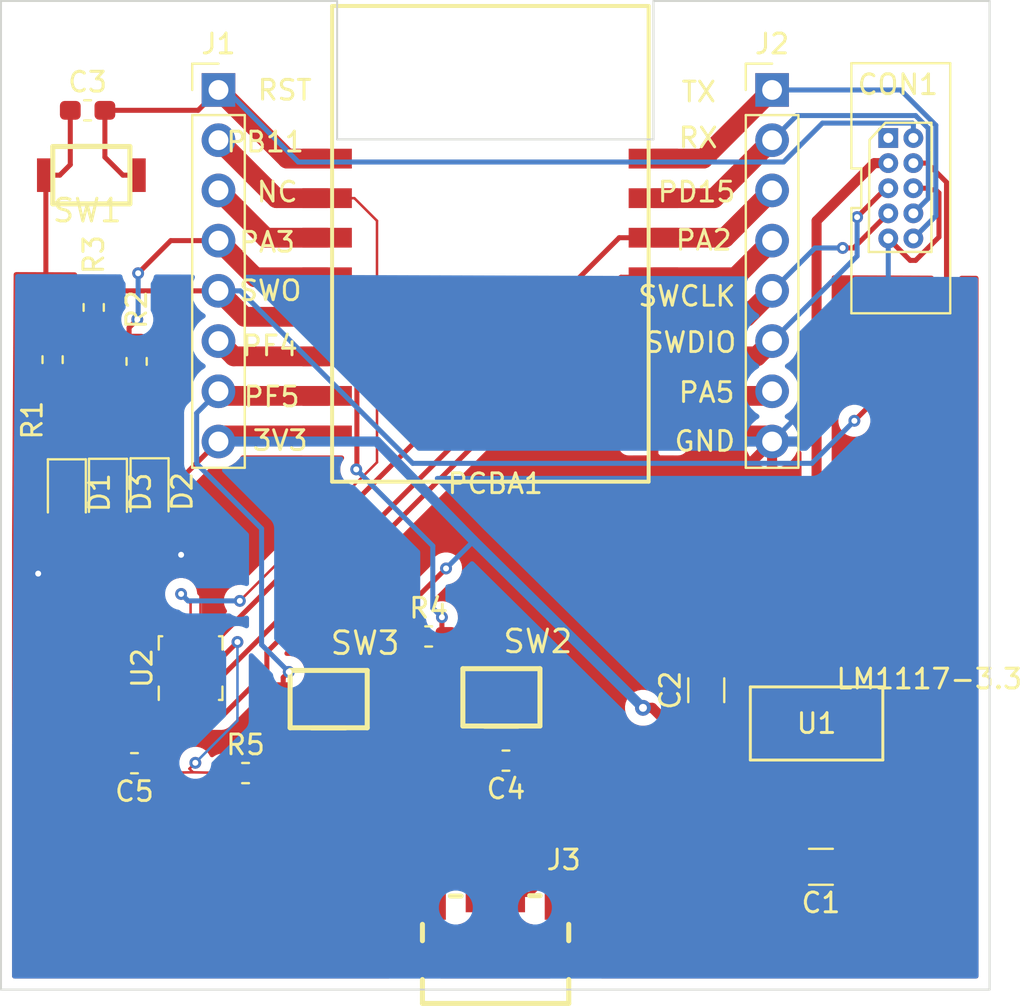
<source format=kicad_pcb>
(kicad_pcb (version 20171130) (host pcbnew "(5.1.10-1-10_14)")

  (general
    (thickness 1.6)
    (drawings 28)
    (tracks 274)
    (zones 0)
    (modules 23)
    (nets 32)
  )

  (page A4)
  (layers
    (0 F.Cu signal)
    (31 B.Cu signal)
    (32 B.Adhes user)
    (33 F.Adhes user)
    (34 B.Paste user)
    (35 F.Paste user)
    (36 B.SilkS user)
    (37 F.SilkS user)
    (38 B.Mask user)
    (39 F.Mask user)
    (40 Dwgs.User user)
    (41 Cmts.User user)
    (42 Eco1.User user)
    (43 Eco2.User user)
    (44 Edge.Cuts user)
    (45 Margin user)
    (46 B.CrtYd user)
    (47 F.CrtYd user)
    (48 B.Fab user hide)
    (49 F.Fab user hide)
  )

  (setup
    (last_trace_width 0.254)
    (user_trace_width 0.127)
    (user_trace_width 0.254)
    (user_trace_width 0.508)
    (user_trace_width 1.016)
    (trace_clearance 0.127)
    (zone_clearance 0.508)
    (zone_45_only no)
    (trace_min 0.127)
    (via_size 0.6)
    (via_drill 0.3)
    (via_min_size 0.4)
    (via_min_drill 0.3)
    (user_via 0.6 0.3)
    (uvia_size 0.3)
    (uvia_drill 0.1)
    (uvias_allowed no)
    (uvia_min_size 0.2)
    (uvia_min_drill 0.1)
    (edge_width 0.05)
    (segment_width 0.2)
    (pcb_text_width 0.3)
    (pcb_text_size 1.5 1.5)
    (mod_edge_width 0.12)
    (mod_text_size 1 1)
    (mod_text_width 0.15)
    (pad_size 1.524 1.524)
    (pad_drill 0.762)
    (pad_to_mask_clearance 0.051)
    (solder_mask_min_width 0.25)
    (aux_axis_origin 0 0)
    (visible_elements FFFFFF7F)
    (pcbplotparams
      (layerselection 0x010fc_ffffffff)
      (usegerberextensions false)
      (usegerberattributes false)
      (usegerberadvancedattributes false)
      (creategerberjobfile false)
      (excludeedgelayer true)
      (linewidth 0.100000)
      (plotframeref false)
      (viasonmask false)
      (mode 1)
      (useauxorigin false)
      (hpglpennumber 1)
      (hpglpenspeed 20)
      (hpglpendiameter 15.000000)
      (psnegative false)
      (psa4output false)
      (plotreference true)
      (plotvalue true)
      (plotinvisibletext false)
      (padsonsilk false)
      (subtractmaskfromsilk false)
      (outputformat 1)
      (mirror false)
      (drillshape 0)
      (scaleselection 1)
      (outputdirectory "tyzs3_devboard/"))
  )

  (net 0 "")
  (net 1 GND)
  (net 2 "Net-(C1-Pad1)")
  (net 3 +3V3)
  (net 4 /UART_TX)
  (net 5 /DBG_SWCLK)
  (net 6 /UART_RX)
  (net 7 /DBG_SWDIO)
  (net 8 /DBG_SWO)
  (net 9 /RESETn)
  (net 10 "Net-(CON1-Pad1)")
  (net 11 "Net-(D1-Pad1)")
  (net 12 "Net-(J1-Pad3)")
  (net 13 "Net-(J3-Pad3)")
  (net 14 "Net-(J3-Pad4)")
  (net 15 "Net-(J3-Pad2)")
  (net 16 /PF5)
  (net 17 /PF4)
  (net 18 /PA3)
  (net 19 /PB11)
  (net 20 /PA5)
  (net 21 /PA2)
  (net 22 /PD15)
  (net 23 "Net-(U2-Pad16)")
  (net 24 "Net-(U2-Pad15)")
  (net 25 "Net-(U2-Pad13)")
  (net 26 "Net-(U2-Pad7)")
  (net 27 "Net-(U2-Pad3)")
  (net 28 "Net-(U2-Pad2)")
  (net 29 "Net-(C5-Pad1)")
  (net 30 "Net-(D2-Pad1)")
  (net 31 "Net-(D3-Pad1)")

  (net_class Default "This is the default net class."
    (clearance 0.127)
    (trace_width 0.127)
    (via_dia 0.6)
    (via_drill 0.3)
    (uvia_dia 0.3)
    (uvia_drill 0.1)
    (add_net +3V3)
    (add_net /DBG_SWCLK)
    (add_net /DBG_SWDIO)
    (add_net /DBG_SWO)
    (add_net /PA2)
    (add_net /PA3)
    (add_net /PA5)
    (add_net /PB11)
    (add_net /PD15)
    (add_net /PF4)
    (add_net /PF5)
    (add_net /RESETn)
    (add_net /UART_RX)
    (add_net /UART_TX)
    (add_net GND)
    (add_net "Net-(C1-Pad1)")
    (add_net "Net-(C5-Pad1)")
    (add_net "Net-(CON1-Pad1)")
    (add_net "Net-(D1-Pad1)")
    (add_net "Net-(D2-Pad1)")
    (add_net "Net-(D3-Pad1)")
    (add_net "Net-(J1-Pad3)")
    (add_net "Net-(J3-Pad2)")
    (add_net "Net-(J3-Pad3)")
    (add_net "Net-(J3-Pad4)")
    (add_net "Net-(U2-Pad13)")
    (add_net "Net-(U2-Pad15)")
    (add_net "Net-(U2-Pad16)")
    (add_net "Net-(U2-Pad2)")
    (add_net "Net-(U2-Pad3)")
    (add_net "Net-(U2-Pad7)")
  )

  (module mybays_connector:turtlekey (layer F.Cu) (tedit 5F49291D) (tstamp 60B359FA)
    (at 116.5733 135.30834)
    (path /60B40909)
    (fp_text reference SW3 (at 0 -2.830322) (layer F.SilkS)
      (effects (font (size 1.143 1.143) (thickness 0.1524)) (justify left))
    )
    (fp_text value SW_Push (at 0.043967 -6.015482) (layer F.Fab)
      (effects (font (size 1.143 1.143) (thickness 0.1524)) (justify left))
    )
    (fp_line (start -1.949958 -1.450086) (end 1.949958 -1.450086) (layer F.SilkS) (width 0.254))
    (fp_line (start 1.949958 -1.450086) (end 1.949958 1.449832) (layer F.SilkS) (width 0.254))
    (fp_line (start 1.949958 1.449832) (end -1.949958 1.449832) (layer F.SilkS) (width 0.254))
    (fp_line (start -1.949958 1.449832) (end -1.949958 -1.450086) (layer F.SilkS) (width 0.254))
    (fp_line (start -0.855726 1.459992) (end 0.844296 1.459992) (layer F.SilkS) (width 0.254))
    (pad 1 smd rect (at -2.29997 0) (size 0.899998 1.699997) (layers F.Cu F.Paste F.Mask)
      (net 16 /PF5))
    (pad 2 smd rect (at 2.29997 0) (size 0.899998 1.699997) (layers F.Cu F.Paste F.Mask)
      (net 1 GND))
  )

  (module LED_SMD:LED_0805_2012Metric (layer F.Cu) (tedit 5F68FEF1) (tstamp 60B35863)
    (at 105.41 124.841 270)
    (descr "LED SMD 0805 (2012 Metric), square (rectangular) end terminal, IPC_7351 nominal, (Body size source: https://docs.google.com/spreadsheets/d/1BsfQQcO9C6DZCsRaXUlFlo91Tg2WpOkGARC1WS5S8t0/edit?usp=sharing), generated with kicad-footprint-generator")
    (tags LED)
    (path /60B454C3)
    (attr smd)
    (fp_text reference D3 (at 0 -1.65 90) (layer F.SilkS)
      (effects (font (size 1 1) (thickness 0.15)))
    )
    (fp_text value LED (at 0 1.65 90) (layer F.Fab)
      (effects (font (size 1 1) (thickness 0.15)))
    )
    (fp_line (start 1.68 0.95) (end -1.68 0.95) (layer F.CrtYd) (width 0.05))
    (fp_line (start 1.68 -0.95) (end 1.68 0.95) (layer F.CrtYd) (width 0.05))
    (fp_line (start -1.68 -0.95) (end 1.68 -0.95) (layer F.CrtYd) (width 0.05))
    (fp_line (start -1.68 0.95) (end -1.68 -0.95) (layer F.CrtYd) (width 0.05))
    (fp_line (start -1.685 0.96) (end 1 0.96) (layer F.SilkS) (width 0.12))
    (fp_line (start -1.685 -0.96) (end -1.685 0.96) (layer F.SilkS) (width 0.12))
    (fp_line (start 1 -0.96) (end -1.685 -0.96) (layer F.SilkS) (width 0.12))
    (fp_line (start 1 0.6) (end 1 -0.6) (layer F.Fab) (width 0.1))
    (fp_line (start -1 0.6) (end 1 0.6) (layer F.Fab) (width 0.1))
    (fp_line (start -1 -0.3) (end -1 0.6) (layer F.Fab) (width 0.1))
    (fp_line (start -0.7 -0.6) (end -1 -0.3) (layer F.Fab) (width 0.1))
    (fp_line (start 1 -0.6) (end -0.7 -0.6) (layer F.Fab) (width 0.1))
    (fp_text user %R (at 0 0 90) (layer F.Fab)
      (effects (font (size 0.5 0.5) (thickness 0.08)))
    )
    (pad 2 smd roundrect (at 0.9375 0 270) (size 0.975 1.4) (layers F.Cu F.Paste F.Mask) (roundrect_rratio 0.25)
      (net 3 +3V3))
    (pad 1 smd roundrect (at -0.9375 0 270) (size 0.975 1.4) (layers F.Cu F.Paste F.Mask) (roundrect_rratio 0.25)
      (net 31 "Net-(D3-Pad1)"))
    (model ${KISYS3DMOD}/LED_SMD.3dshapes/LED_0805_2012Metric.wrl
      (at (xyz 0 0 0))
      (scale (xyz 1 1 1))
      (rotate (xyz 0 0 0))
    )
  )

  (module LED_SMD:LED_0805_2012Metric (layer F.Cu) (tedit 5F68FEF1) (tstamp 60B35850)
    (at 107.51566 124.81306 270)
    (descr "LED SMD 0805 (2012 Metric), square (rectangular) end terminal, IPC_7351 nominal, (Body size source: https://docs.google.com/spreadsheets/d/1BsfQQcO9C6DZCsRaXUlFlo91Tg2WpOkGARC1WS5S8t0/edit?usp=sharing), generated with kicad-footprint-generator")
    (tags LED)
    (path /60B4513F)
    (attr smd)
    (fp_text reference D2 (at 0 -1.65 90) (layer F.SilkS)
      (effects (font (size 1 1) (thickness 0.15)))
    )
    (fp_text value LED (at 0 1.65 90) (layer F.Fab)
      (effects (font (size 1 1) (thickness 0.15)))
    )
    (fp_line (start 1.68 0.95) (end -1.68 0.95) (layer F.CrtYd) (width 0.05))
    (fp_line (start 1.68 -0.95) (end 1.68 0.95) (layer F.CrtYd) (width 0.05))
    (fp_line (start -1.68 -0.95) (end 1.68 -0.95) (layer F.CrtYd) (width 0.05))
    (fp_line (start -1.68 0.95) (end -1.68 -0.95) (layer F.CrtYd) (width 0.05))
    (fp_line (start -1.685 0.96) (end 1 0.96) (layer F.SilkS) (width 0.12))
    (fp_line (start -1.685 -0.96) (end -1.685 0.96) (layer F.SilkS) (width 0.12))
    (fp_line (start 1 -0.96) (end -1.685 -0.96) (layer F.SilkS) (width 0.12))
    (fp_line (start 1 0.6) (end 1 -0.6) (layer F.Fab) (width 0.1))
    (fp_line (start -1 0.6) (end 1 0.6) (layer F.Fab) (width 0.1))
    (fp_line (start -1 -0.3) (end -1 0.6) (layer F.Fab) (width 0.1))
    (fp_line (start -0.7 -0.6) (end -1 -0.3) (layer F.Fab) (width 0.1))
    (fp_line (start 1 -0.6) (end -0.7 -0.6) (layer F.Fab) (width 0.1))
    (fp_text user %R (at 0 0 90) (layer F.Fab)
      (effects (font (size 0.5 0.5) (thickness 0.08)))
    )
    (pad 2 smd roundrect (at 0.9375 0 270) (size 0.975 1.4) (layers F.Cu F.Paste F.Mask) (roundrect_rratio 0.25)
      (net 3 +3V3))
    (pad 1 smd roundrect (at -0.9375 0 270) (size 0.975 1.4) (layers F.Cu F.Paste F.Mask) (roundrect_rratio 0.25)
      (net 30 "Net-(D2-Pad1)"))
    (model ${KISYS3DMOD}/LED_SMD.3dshapes/LED_0805_2012Metric.wrl
      (at (xyz 0 0 0))
      (scale (xyz 1 1 1))
      (rotate (xyz 0 0 0))
    )
  )

  (module LED_SMD:LED_0805_2012Metric (layer F.Cu) (tedit 5F68FEF1) (tstamp 60B3583D)
    (at 103.33228 124.8664 270)
    (descr "LED SMD 0805 (2012 Metric), square (rectangular) end terminal, IPC_7351 nominal, (Body size source: https://docs.google.com/spreadsheets/d/1BsfQQcO9C6DZCsRaXUlFlo91Tg2WpOkGARC1WS5S8t0/edit?usp=sharing), generated with kicad-footprint-generator")
    (tags LED)
    (path /60B4456F)
    (attr smd)
    (fp_text reference D1 (at 0 -1.65 90) (layer F.SilkS)
      (effects (font (size 1 1) (thickness 0.15)))
    )
    (fp_text value LED (at 0 1.65 90) (layer F.Fab)
      (effects (font (size 1 1) (thickness 0.15)))
    )
    (fp_line (start 1.68 0.95) (end -1.68 0.95) (layer F.CrtYd) (width 0.05))
    (fp_line (start 1.68 -0.95) (end 1.68 0.95) (layer F.CrtYd) (width 0.05))
    (fp_line (start -1.68 -0.95) (end 1.68 -0.95) (layer F.CrtYd) (width 0.05))
    (fp_line (start -1.68 0.95) (end -1.68 -0.95) (layer F.CrtYd) (width 0.05))
    (fp_line (start -1.685 0.96) (end 1 0.96) (layer F.SilkS) (width 0.12))
    (fp_line (start -1.685 -0.96) (end -1.685 0.96) (layer F.SilkS) (width 0.12))
    (fp_line (start 1 -0.96) (end -1.685 -0.96) (layer F.SilkS) (width 0.12))
    (fp_line (start 1 0.6) (end 1 -0.6) (layer F.Fab) (width 0.1))
    (fp_line (start -1 0.6) (end 1 0.6) (layer F.Fab) (width 0.1))
    (fp_line (start -1 -0.3) (end -1 0.6) (layer F.Fab) (width 0.1))
    (fp_line (start -0.7 -0.6) (end -1 -0.3) (layer F.Fab) (width 0.1))
    (fp_line (start 1 -0.6) (end -0.7 -0.6) (layer F.Fab) (width 0.1))
    (fp_text user %R (at 0 0 90) (layer F.Fab)
      (effects (font (size 0.5 0.5) (thickness 0.08)))
    )
    (pad 2 smd roundrect (at 0.9375 0 270) (size 0.975 1.4) (layers F.Cu F.Paste F.Mask) (roundrect_rratio 0.25)
      (net 3 +3V3))
    (pad 1 smd roundrect (at -0.9375 0 270) (size 0.975 1.4) (layers F.Cu F.Paste F.Mask) (roundrect_rratio 0.25)
      (net 11 "Net-(D1-Pad1)"))
    (model ${KISYS3DMOD}/LED_SMD.3dshapes/LED_0805_2012Metric.wrl
      (at (xyz 0 0 0))
      (scale (xyz 1 1 1))
      (rotate (xyz 0 0 0))
    )
  )

  (module Resistor_SMD:R_0603_1608Metric_Pad1.05x0.95mm_HandSolder (layer F.Cu) (tedit 5B301BBD) (tstamp 5F661967)
    (at 112.37 139.05)
    (descr "Resistor SMD 0603 (1608 Metric), square (rectangular) end terminal, IPC_7351 nominal with elongated pad for handsoldering. (Body size source: http://www.tortai-tech.com/upload/download/2011102023233369053.pdf), generated with kicad-footprint-generator")
    (tags "resistor handsolder")
    (path /5F673FD0)
    (attr smd)
    (fp_text reference R5 (at 0 -1.43) (layer F.SilkS)
      (effects (font (size 1 1) (thickness 0.15)))
    )
    (fp_text value 4.7k (at 0 1.43) (layer F.Fab)
      (effects (font (size 1 1) (thickness 0.15)))
    )
    (fp_line (start 1.65 0.73) (end -1.65 0.73) (layer F.CrtYd) (width 0.05))
    (fp_line (start 1.65 -0.73) (end 1.65 0.73) (layer F.CrtYd) (width 0.05))
    (fp_line (start -1.65 -0.73) (end 1.65 -0.73) (layer F.CrtYd) (width 0.05))
    (fp_line (start -1.65 0.73) (end -1.65 -0.73) (layer F.CrtYd) (width 0.05))
    (fp_line (start -0.171267 0.51) (end 0.171267 0.51) (layer F.SilkS) (width 0.12))
    (fp_line (start -0.171267 -0.51) (end 0.171267 -0.51) (layer F.SilkS) (width 0.12))
    (fp_line (start 0.8 0.4) (end -0.8 0.4) (layer F.Fab) (width 0.1))
    (fp_line (start 0.8 -0.4) (end 0.8 0.4) (layer F.Fab) (width 0.1))
    (fp_line (start -0.8 -0.4) (end 0.8 -0.4) (layer F.Fab) (width 0.1))
    (fp_line (start -0.8 0.4) (end -0.8 -0.4) (layer F.Fab) (width 0.1))
    (fp_text user %R (at 0 0) (layer F.Fab)
      (effects (font (size 0.4 0.4) (thickness 0.06)))
    )
    (pad 2 smd roundrect (at 0.875 0) (size 1.05 0.95) (layers F.Cu F.Paste F.Mask) (roundrect_rratio 0.25)
      (net 1 GND))
    (pad 1 smd roundrect (at -0.875 0) (size 1.05 0.95) (layers F.Cu F.Paste F.Mask) (roundrect_rratio 0.25)
      (net 29 "Net-(C5-Pad1)"))
    (model ${KISYS3DMOD}/Resistor_SMD.3dshapes/R_0603_1608Metric.wrl
      (at (xyz 0 0 0))
      (scale (xyz 1 1 1))
      (rotate (xyz 0 0 0))
    )
  )

  (module Capacitor_SMD:C_0603_1608Metric_Pad1.05x0.95mm_HandSolder (layer F.Cu) (tedit 5B301BBE) (tstamp 5F66179A)
    (at 106.75 138.55 180)
    (descr "Capacitor SMD 0603 (1608 Metric), square (rectangular) end terminal, IPC_7351 nominal with elongated pad for handsoldering. (Body size source: http://www.tortai-tech.com/upload/download/2011102023233369053.pdf), generated with kicad-footprint-generator")
    (tags "capacitor handsolder")
    (path /5F675E85)
    (attr smd)
    (fp_text reference C5 (at 0 -1.43) (layer F.SilkS)
      (effects (font (size 1 1) (thickness 0.15)))
    )
    (fp_text value C (at 0 1.43) (layer F.Fab)
      (effects (font (size 1 1) (thickness 0.15)))
    )
    (fp_line (start 1.65 0.73) (end -1.65 0.73) (layer F.CrtYd) (width 0.05))
    (fp_line (start 1.65 -0.73) (end 1.65 0.73) (layer F.CrtYd) (width 0.05))
    (fp_line (start -1.65 -0.73) (end 1.65 -0.73) (layer F.CrtYd) (width 0.05))
    (fp_line (start -1.65 0.73) (end -1.65 -0.73) (layer F.CrtYd) (width 0.05))
    (fp_line (start -0.171267 0.51) (end 0.171267 0.51) (layer F.SilkS) (width 0.12))
    (fp_line (start -0.171267 -0.51) (end 0.171267 -0.51) (layer F.SilkS) (width 0.12))
    (fp_line (start 0.8 0.4) (end -0.8 0.4) (layer F.Fab) (width 0.1))
    (fp_line (start 0.8 -0.4) (end 0.8 0.4) (layer F.Fab) (width 0.1))
    (fp_line (start -0.8 -0.4) (end 0.8 -0.4) (layer F.Fab) (width 0.1))
    (fp_line (start -0.8 0.4) (end -0.8 -0.4) (layer F.Fab) (width 0.1))
    (fp_text user %R (at 0 0) (layer F.Fab)
      (effects (font (size 0.4 0.4) (thickness 0.06)))
    )
    (pad 2 smd roundrect (at 0.875 0 180) (size 1.05 0.95) (layers F.Cu F.Paste F.Mask) (roundrect_rratio 0.25)
      (net 3 +3V3))
    (pad 1 smd roundrect (at -0.875 0 180) (size 1.05 0.95) (layers F.Cu F.Paste F.Mask) (roundrect_rratio 0.25)
      (net 29 "Net-(C5-Pad1)"))
    (model ${KISYS3DMOD}/Capacitor_SMD.3dshapes/C_0603_1608Metric.wrl
      (at (xyz 0 0 0))
      (scale (xyz 1 1 1))
      (rotate (xyz 0 0 0))
    )
  )

  (module Package_LGA:LGA-16_3x3mm_P0.5mm_LayoutBorder3x5y (layer F.Cu) (tedit 5CF93F4A) (tstamp 5F6620A6)
    (at 109.59 133.74 90)
    (descr "LGA, 16 Pin (http://www.st.com/resource/en/datasheet/lis331hh.pdf), generated with kicad-footprint-generator ipc_noLead_generator.py")
    (tags "LGA NoLead")
    (path /5F7E2642)
    (attr smd)
    (fp_text reference U2 (at 0 -2.45 90) (layer F.SilkS)
      (effects (font (size 1 1) (thickness 0.15)))
    )
    (fp_text value LIS3DH (at 0 2.45 90) (layer F.Fab)
      (effects (font (size 1 1) (thickness 0.15)))
    )
    (fp_line (start 1.75 -1.75) (end -1.75 -1.75) (layer F.CrtYd) (width 0.05))
    (fp_line (start 1.75 1.75) (end 1.75 -1.75) (layer F.CrtYd) (width 0.05))
    (fp_line (start -1.75 1.75) (end 1.75 1.75) (layer F.CrtYd) (width 0.05))
    (fp_line (start -1.75 -1.75) (end -1.75 1.75) (layer F.CrtYd) (width 0.05))
    (fp_line (start -1.5 -0.75) (end -0.75 -1.5) (layer F.Fab) (width 0.1))
    (fp_line (start -1.5 1.5) (end -1.5 -0.75) (layer F.Fab) (width 0.1))
    (fp_line (start 1.5 1.5) (end -1.5 1.5) (layer F.Fab) (width 0.1))
    (fp_line (start 1.5 -1.5) (end 1.5 1.5) (layer F.Fab) (width 0.1))
    (fp_line (start -0.75 -1.5) (end 1.5 -1.5) (layer F.Fab) (width 0.1))
    (fp_line (start -0.935 -1.61) (end -1.61 -1.61) (layer F.SilkS) (width 0.12))
    (fp_line (start 1.61 1.61) (end 1.61 1.435) (layer F.SilkS) (width 0.12))
    (fp_line (start 0.935 1.61) (end 1.61 1.61) (layer F.SilkS) (width 0.12))
    (fp_line (start -1.61 1.61) (end -1.61 1.435) (layer F.SilkS) (width 0.12))
    (fp_line (start -0.935 1.61) (end -1.61 1.61) (layer F.SilkS) (width 0.12))
    (fp_line (start 1.61 -1.61) (end 1.61 -1.435) (layer F.SilkS) (width 0.12))
    (fp_line (start 0.935 -1.61) (end 1.61 -1.61) (layer F.SilkS) (width 0.12))
    (fp_text user %R (at 0 0 90) (layer F.Fab)
      (effects (font (size 0.75 0.75) (thickness 0.11)))
    )
    (pad 16 smd roundrect (at -0.5 -1.225 90) (size 0.35 0.55) (layers F.Cu F.Paste F.Mask) (roundrect_rratio 0.25)
      (net 23 "Net-(U2-Pad16)"))
    (pad 15 smd roundrect (at 0 -1.225 90) (size 0.35 0.55) (layers F.Cu F.Paste F.Mask) (roundrect_rratio 0.25)
      (net 24 "Net-(U2-Pad15)"))
    (pad 14 smd roundrect (at 0.5 -1.225 90) (size 0.35 0.55) (layers F.Cu F.Paste F.Mask) (roundrect_rratio 0.25)
      (net 3 +3V3))
    (pad 13 smd roundrect (at 1.225 -1 90) (size 0.55 0.35) (layers F.Cu F.Paste F.Mask) (roundrect_rratio 0.25)
      (net 25 "Net-(U2-Pad13)"))
    (pad 12 smd roundrect (at 1.225 -0.5 90) (size 0.55 0.35) (layers F.Cu F.Paste F.Mask) (roundrect_rratio 0.25)
      (net 1 GND))
    (pad 11 smd roundrect (at 1.225 0 90) (size 0.55 0.35) (layers F.Cu F.Paste F.Mask) (roundrect_rratio 0.25)
      (net 19 /PB11))
    (pad 10 smd roundrect (at 1.225 0.5 90) (size 0.55 0.35) (layers F.Cu F.Paste F.Mask) (roundrect_rratio 0.25)
      (net 1 GND))
    (pad 9 smd roundrect (at 1.225 1 90) (size 0.55 0.35) (layers F.Cu F.Paste F.Mask) (roundrect_rratio 0.25)
      (net 22 /PD15))
    (pad 8 smd roundrect (at 0.5 1.225 90) (size 0.35 0.55) (layers F.Cu F.Paste F.Mask) (roundrect_rratio 0.25)
      (net 29 "Net-(C5-Pad1)"))
    (pad 7 smd roundrect (at 0 1.225 90) (size 0.35 0.55) (layers F.Cu F.Paste F.Mask) (roundrect_rratio 0.25)
      (net 26 "Net-(U2-Pad7)"))
    (pad 6 smd roundrect (at -0.5 1.225 90) (size 0.35 0.55) (layers F.Cu F.Paste F.Mask) (roundrect_rratio 0.25)
      (net 21 /PA2))
    (pad 5 smd roundrect (at -1.225 1 90) (size 0.55 0.35) (layers F.Cu F.Paste F.Mask) (roundrect_rratio 0.25)
      (net 1 GND))
    (pad 4 smd roundrect (at -1.225 0.5 90) (size 0.55 0.35) (layers F.Cu F.Paste F.Mask) (roundrect_rratio 0.25)
      (net 20 /PA5))
    (pad 3 smd roundrect (at -1.225 0 90) (size 0.55 0.35) (layers F.Cu F.Paste F.Mask) (roundrect_rratio 0.25)
      (net 27 "Net-(U2-Pad3)"))
    (pad 2 smd roundrect (at -1.225 -0.5 90) (size 0.55 0.35) (layers F.Cu F.Paste F.Mask) (roundrect_rratio 0.25)
      (net 28 "Net-(U2-Pad2)"))
    (pad 1 smd roundrect (at -1.225 -1 90) (size 0.55 0.35) (layers F.Cu F.Paste F.Mask) (roundrect_rratio 0.25)
      (net 3 +3V3))
    (model ${KISYS3DMOD}/Package_LGA.3dshapes/LGA-16_3x3mm_P0.5mm_LayoutBorder3x5y.wrl
      (at (xyz 0 0 0))
      (scale (xyz 1 1 1))
      (rotate (xyz 0 0 0))
    )
  )

  (module Resistor_SMD:R_0603_1608Metric_Pad1.05x0.95mm_HandSolder (layer F.Cu) (tedit 5B301BBD) (tstamp 5F661865)
    (at 121.63 132.14)
    (descr "Resistor SMD 0603 (1608 Metric), square (rectangular) end terminal, IPC_7351 nominal with elongated pad for handsoldering. (Body size source: http://www.tortai-tech.com/upload/download/2011102023233369053.pdf), generated with kicad-footprint-generator")
    (tags "resistor handsolder")
    (path /5F7D1394)
    (attr smd)
    (fp_text reference R4 (at 0 -1.43) (layer F.SilkS)
      (effects (font (size 1 1) (thickness 0.15)))
    )
    (fp_text value 4.7k (at 0 1.43) (layer F.Fab)
      (effects (font (size 1 1) (thickness 0.15)))
    )
    (fp_line (start 1.65 0.73) (end -1.65 0.73) (layer F.CrtYd) (width 0.05))
    (fp_line (start 1.65 -0.73) (end 1.65 0.73) (layer F.CrtYd) (width 0.05))
    (fp_line (start -1.65 -0.73) (end 1.65 -0.73) (layer F.CrtYd) (width 0.05))
    (fp_line (start -1.65 0.73) (end -1.65 -0.73) (layer F.CrtYd) (width 0.05))
    (fp_line (start -0.171267 0.51) (end 0.171267 0.51) (layer F.SilkS) (width 0.12))
    (fp_line (start -0.171267 -0.51) (end 0.171267 -0.51) (layer F.SilkS) (width 0.12))
    (fp_line (start 0.8 0.4) (end -0.8 0.4) (layer F.Fab) (width 0.1))
    (fp_line (start 0.8 -0.4) (end 0.8 0.4) (layer F.Fab) (width 0.1))
    (fp_line (start -0.8 -0.4) (end 0.8 -0.4) (layer F.Fab) (width 0.1))
    (fp_line (start -0.8 0.4) (end -0.8 -0.4) (layer F.Fab) (width 0.1))
    (fp_text user %R (at 0 0) (layer F.Fab)
      (effects (font (size 0.4 0.4) (thickness 0.06)))
    )
    (pad 2 smd roundrect (at 0.875 0) (size 1.05 0.95) (layers F.Cu F.Paste F.Mask) (roundrect_rratio 0.25)
      (net 17 /PF4))
    (pad 1 smd roundrect (at -0.875 0) (size 1.05 0.95) (layers F.Cu F.Paste F.Mask) (roundrect_rratio 0.25)
      (net 3 +3V3))
    (model ${KISYS3DMOD}/Resistor_SMD.3dshapes/R_0603_1608Metric.wrl
      (at (xyz 0 0 0))
      (scale (xyz 1 1 1))
      (rotate (xyz 0 0 0))
    )
  )

  (module mybays_connector:turtlekey (layer F.Cu) (tedit 5F49291D) (tstamp 5F661356)
    (at 125.31 135.22)
    (path /5F7CF951)
    (fp_text reference SW2 (at 0 -2.830322) (layer F.SilkS)
      (effects (font (size 1.143 1.143) (thickness 0.1524)) (justify left))
    )
    (fp_text value SW_Push (at 0.043967 -6.015482) (layer F.Fab)
      (effects (font (size 1.143 1.143) (thickness 0.1524)) (justify left))
    )
    (fp_line (start -1.949958 -1.450086) (end 1.949958 -1.450086) (layer F.SilkS) (width 0.254))
    (fp_line (start 1.949958 -1.450086) (end 1.949958 1.449832) (layer F.SilkS) (width 0.254))
    (fp_line (start 1.949958 1.449832) (end -1.949958 1.449832) (layer F.SilkS) (width 0.254))
    (fp_line (start -1.949958 1.449832) (end -1.949958 -1.450086) (layer F.SilkS) (width 0.254))
    (fp_line (start -0.855726 1.459992) (end 0.844296 1.459992) (layer F.SilkS) (width 0.254))
    (pad 1 smd rect (at -2.29997 0) (size 0.899998 1.699997) (layers F.Cu F.Paste F.Mask)
      (net 17 /PF4))
    (pad 2 smd rect (at 2.29997 0) (size 0.899998 1.699997) (layers F.Cu F.Paste F.Mask)
      (net 1 GND))
  )

  (module mybays_connector:turtlekey (layer F.Cu) (tedit 5F49291D) (tstamp 5F66134B)
    (at 104.57 108.81 180)
    (path /5F7C4C33)
    (fp_text reference SW1 (at -1.63 -1.79) (layer F.SilkS)
      (effects (font (size 1.143 1.143) (thickness 0.1524)) (justify right))
    )
    (fp_text value SW_Push (at 0.043967 -6.015482) (layer F.Fab)
      (effects (font (size 1.143 1.143) (thickness 0.1524)) (justify right))
    )
    (fp_line (start -1.949958 -1.450086) (end 1.949958 -1.450086) (layer F.SilkS) (width 0.254))
    (fp_line (start 1.949958 -1.450086) (end 1.949958 1.449832) (layer F.SilkS) (width 0.254))
    (fp_line (start 1.949958 1.449832) (end -1.949958 1.449832) (layer F.SilkS) (width 0.254))
    (fp_line (start -1.949958 1.449832) (end -1.949958 -1.450086) (layer F.SilkS) (width 0.254))
    (fp_line (start -0.855726 1.459992) (end 0.844296 1.459992) (layer F.SilkS) (width 0.254))
    (pad 1 smd rect (at -2.29997 0 180) (size 0.899998 1.699997) (layers F.Cu F.Paste F.Mask)
      (net 9 /RESETn))
    (pad 2 smd rect (at 2.29997 0 180) (size 0.899998 1.699997) (layers F.Cu F.Paste F.Mask)
      (net 1 GND))
  )

  (module Capacitor_SMD:C_0603_1608Metric_Pad1.05x0.95mm_HandSolder (layer F.Cu) (tedit 5B301BBE) (tstamp 5F6611A4)
    (at 125.54 138.42 180)
    (descr "Capacitor SMD 0603 (1608 Metric), square (rectangular) end terminal, IPC_7351 nominal with elongated pad for handsoldering. (Body size source: http://www.tortai-tech.com/upload/download/2011102023233369053.pdf), generated with kicad-footprint-generator")
    (tags "capacitor handsolder")
    (path /5F7CF957)
    (attr smd)
    (fp_text reference C4 (at 0 -1.43) (layer F.SilkS)
      (effects (font (size 1 1) (thickness 0.15)))
    )
    (fp_text value C (at 0 1.43) (layer F.Fab)
      (effects (font (size 1 1) (thickness 0.15)))
    )
    (fp_line (start 1.65 0.73) (end -1.65 0.73) (layer F.CrtYd) (width 0.05))
    (fp_line (start 1.65 -0.73) (end 1.65 0.73) (layer F.CrtYd) (width 0.05))
    (fp_line (start -1.65 -0.73) (end 1.65 -0.73) (layer F.CrtYd) (width 0.05))
    (fp_line (start -1.65 0.73) (end -1.65 -0.73) (layer F.CrtYd) (width 0.05))
    (fp_line (start -0.171267 0.51) (end 0.171267 0.51) (layer F.SilkS) (width 0.12))
    (fp_line (start -0.171267 -0.51) (end 0.171267 -0.51) (layer F.SilkS) (width 0.12))
    (fp_line (start 0.8 0.4) (end -0.8 0.4) (layer F.Fab) (width 0.1))
    (fp_line (start 0.8 -0.4) (end 0.8 0.4) (layer F.Fab) (width 0.1))
    (fp_line (start -0.8 -0.4) (end 0.8 -0.4) (layer F.Fab) (width 0.1))
    (fp_line (start -0.8 0.4) (end -0.8 -0.4) (layer F.Fab) (width 0.1))
    (fp_text user %R (at 0 0) (layer F.Fab)
      (effects (font (size 0.4 0.4) (thickness 0.06)))
    )
    (pad 2 smd roundrect (at 0.875 0 180) (size 1.05 0.95) (layers F.Cu F.Paste F.Mask) (roundrect_rratio 0.25)
      (net 17 /PF4))
    (pad 1 smd roundrect (at -0.875 0 180) (size 1.05 0.95) (layers F.Cu F.Paste F.Mask) (roundrect_rratio 0.25)
      (net 1 GND))
    (model ${KISYS3DMOD}/Capacitor_SMD.3dshapes/C_0603_1608Metric.wrl
      (at (xyz 0 0 0))
      (scale (xyz 1 1 1))
      (rotate (xyz 0 0 0))
    )
  )

  (module Capacitor_SMD:C_0603_1608Metric_Pad1.05x0.95mm_HandSolder (layer F.Cu) (tedit 5B301BBE) (tstamp 5F661193)
    (at 104.38 105.53)
    (descr "Capacitor SMD 0603 (1608 Metric), square (rectangular) end terminal, IPC_7351 nominal with elongated pad for handsoldering. (Body size source: http://www.tortai-tech.com/upload/download/2011102023233369053.pdf), generated with kicad-footprint-generator")
    (tags "capacitor handsolder")
    (path /5F7C59A2)
    (attr smd)
    (fp_text reference C3 (at 0 -1.43) (layer F.SilkS)
      (effects (font (size 1 1) (thickness 0.15)))
    )
    (fp_text value C (at 0 1.43) (layer F.Fab)
      (effects (font (size 1 1) (thickness 0.15)))
    )
    (fp_line (start 1.65 0.73) (end -1.65 0.73) (layer F.CrtYd) (width 0.05))
    (fp_line (start 1.65 -0.73) (end 1.65 0.73) (layer F.CrtYd) (width 0.05))
    (fp_line (start -1.65 -0.73) (end 1.65 -0.73) (layer F.CrtYd) (width 0.05))
    (fp_line (start -1.65 0.73) (end -1.65 -0.73) (layer F.CrtYd) (width 0.05))
    (fp_line (start -0.171267 0.51) (end 0.171267 0.51) (layer F.SilkS) (width 0.12))
    (fp_line (start -0.171267 -0.51) (end 0.171267 -0.51) (layer F.SilkS) (width 0.12))
    (fp_line (start 0.8 0.4) (end -0.8 0.4) (layer F.Fab) (width 0.1))
    (fp_line (start 0.8 -0.4) (end 0.8 0.4) (layer F.Fab) (width 0.1))
    (fp_line (start -0.8 -0.4) (end 0.8 -0.4) (layer F.Fab) (width 0.1))
    (fp_line (start -0.8 0.4) (end -0.8 -0.4) (layer F.Fab) (width 0.1))
    (fp_text user %R (at 0 0) (layer F.Fab)
      (effects (font (size 0.4 0.4) (thickness 0.06)))
    )
    (pad 2 smd roundrect (at 0.875 0) (size 1.05 0.95) (layers F.Cu F.Paste F.Mask) (roundrect_rratio 0.25)
      (net 9 /RESETn))
    (pad 1 smd roundrect (at -0.875 0) (size 1.05 0.95) (layers F.Cu F.Paste F.Mask) (roundrect_rratio 0.25)
      (net 1 GND))
    (model ${KISYS3DMOD}/Capacitor_SMD.3dshapes/C_0603_1608Metric.wrl
      (at (xyz 0 0 0))
      (scale (xyz 1 1 1))
      (rotate (xyz 0 0 0))
    )
  )

  (module Capacitor_SMD:C_1206_3216Metric_Pad1.42x1.75mm_HandSolder (layer F.Cu) (tedit 5B301BBE) (tstamp 5F65F75B)
    (at 141.47 143.79 180)
    (descr "Capacitor SMD 1206 (3216 Metric), square (rectangular) end terminal, IPC_7351 nominal with elongated pad for handsoldering. (Body size source: http://www.tortai-tech.com/upload/download/2011102023233369053.pdf), generated with kicad-footprint-generator")
    (tags "capacitor handsolder")
    (path /5F79573E)
    (attr smd)
    (fp_text reference C1 (at 0 -1.82) (layer F.SilkS)
      (effects (font (size 1 1) (thickness 0.15)))
    )
    (fp_text value C (at 0 1.82) (layer F.Fab)
      (effects (font (size 1 1) (thickness 0.15)))
    )
    (fp_line (start 2.45 1.12) (end -2.45 1.12) (layer F.CrtYd) (width 0.05))
    (fp_line (start 2.45 -1.12) (end 2.45 1.12) (layer F.CrtYd) (width 0.05))
    (fp_line (start -2.45 -1.12) (end 2.45 -1.12) (layer F.CrtYd) (width 0.05))
    (fp_line (start -2.45 1.12) (end -2.45 -1.12) (layer F.CrtYd) (width 0.05))
    (fp_line (start -0.602064 0.91) (end 0.602064 0.91) (layer F.SilkS) (width 0.12))
    (fp_line (start -0.602064 -0.91) (end 0.602064 -0.91) (layer F.SilkS) (width 0.12))
    (fp_line (start 1.6 0.8) (end -1.6 0.8) (layer F.Fab) (width 0.1))
    (fp_line (start 1.6 -0.8) (end 1.6 0.8) (layer F.Fab) (width 0.1))
    (fp_line (start -1.6 -0.8) (end 1.6 -0.8) (layer F.Fab) (width 0.1))
    (fp_line (start -1.6 0.8) (end -1.6 -0.8) (layer F.Fab) (width 0.1))
    (fp_text user %R (at 0 0) (layer F.Fab)
      (effects (font (size 0.8 0.8) (thickness 0.12)))
    )
    (pad 2 smd roundrect (at 1.4875 0 180) (size 1.425 1.75) (layers F.Cu F.Paste F.Mask) (roundrect_rratio 0.175439)
      (net 1 GND))
    (pad 1 smd roundrect (at -1.4875 0 180) (size 1.425 1.75) (layers F.Cu F.Paste F.Mask) (roundrect_rratio 0.175439)
      (net 2 "Net-(C1-Pad1)"))
    (model ${KISYS3DMOD}/Capacitor_SMD.3dshapes/C_1206_3216Metric.wrl
      (at (xyz 0 0 0))
      (scale (xyz 1 1 1))
      (rotate (xyz 0 0 0))
    )
  )

  (module Capacitor_SMD:C_1206_3216Metric_Pad1.42x1.75mm_HandSolder (layer F.Cu) (tedit 5B301BBE) (tstamp 5F660EC0)
    (at 135.67 134.86 90)
    (descr "Capacitor SMD 1206 (3216 Metric), square (rectangular) end terminal, IPC_7351 nominal with elongated pad for handsoldering. (Body size source: http://www.tortai-tech.com/upload/download/2011102023233369053.pdf), generated with kicad-footprint-generator")
    (tags "capacitor handsolder")
    (path /5F795D9A)
    (attr smd)
    (fp_text reference C2 (at 0 -1.82 90) (layer F.SilkS)
      (effects (font (size 1 1) (thickness 0.15)))
    )
    (fp_text value C (at 0 1.82 90) (layer F.Fab)
      (effects (font (size 1 1) (thickness 0.15)))
    )
    (fp_line (start 2.45 1.12) (end -2.45 1.12) (layer F.CrtYd) (width 0.05))
    (fp_line (start 2.45 -1.12) (end 2.45 1.12) (layer F.CrtYd) (width 0.05))
    (fp_line (start -2.45 -1.12) (end 2.45 -1.12) (layer F.CrtYd) (width 0.05))
    (fp_line (start -2.45 1.12) (end -2.45 -1.12) (layer F.CrtYd) (width 0.05))
    (fp_line (start -0.602064 0.91) (end 0.602064 0.91) (layer F.SilkS) (width 0.12))
    (fp_line (start -0.602064 -0.91) (end 0.602064 -0.91) (layer F.SilkS) (width 0.12))
    (fp_line (start 1.6 0.8) (end -1.6 0.8) (layer F.Fab) (width 0.1))
    (fp_line (start 1.6 -0.8) (end 1.6 0.8) (layer F.Fab) (width 0.1))
    (fp_line (start -1.6 -0.8) (end 1.6 -0.8) (layer F.Fab) (width 0.1))
    (fp_line (start -1.6 0.8) (end -1.6 -0.8) (layer F.Fab) (width 0.1))
    (fp_text user %R (at 0 0 90) (layer F.Fab)
      (effects (font (size 0.8 0.8) (thickness 0.12)))
    )
    (pad 2 smd roundrect (at 1.4875 0 90) (size 1.425 1.75) (layers F.Cu F.Paste F.Mask) (roundrect_rratio 0.175439)
      (net 1 GND))
    (pad 1 smd roundrect (at -1.4875 0 90) (size 1.425 1.75) (layers F.Cu F.Paste F.Mask) (roundrect_rratio 0.175439)
      (net 3 +3V3))
    (model ${KISYS3DMOD}/Capacitor_SMD.3dshapes/C_1206_3216Metric.wrl
      (at (xyz 0 0 0))
      (scale (xyz 1 1 1))
      (rotate (xyz 0 0 0))
    )
  )

  (module mybays_connector:MICRO-USB_MICRO-USB-17 (layer F.Cu) (tedit 5F30C98B) (tstamp 5F65F80A)
    (at 125 146.85 180)
    (path /5F792E0A)
    (fp_text reference J3 (at -3.46 3.41) (layer F.SilkS)
      (effects (font (size 1 1) (thickness 0.15)))
    )
    (fp_text value microusb (at 0 0) (layer F.Fab)
      (effects (font (size 1 1) (thickness 0.15)))
    )
    (fp_line (start 3.685032 -0.679323) (end 3.685032 0.149225) (layer F.SilkS) (width 0.254))
    (fp_line (start 3.685032 -3.850005) (end 3.685032 -2.641727) (layer F.SilkS) (width 0.254))
    (fp_line (start 1.727556 1.580007) (end 2.268855 1.580007) (layer F.SilkS) (width 0.254))
    (fp_line (start -2.268855 1.599565) (end -1.735684 1.599565) (layer F.SilkS) (width 0.254))
    (fp_line (start -3.715004 -0.679323) (end -3.715004 0.149225) (layer F.SilkS) (width 0.254))
    (fp_line (start -3.715004 -3.850005) (end -3.715004 -2.641727) (layer F.SilkS) (width 0.254))
    (fp_line (start -3.715004 -3.850005) (end 3.685032 -3.850005) (layer F.SilkS) (width 0.254))
    (pad 0 smd rect (at 3.24993 1.080516 180) (size 1.499997 1.400048) (layers F.Cu F.Paste F.Mask)
      (net 1 GND))
    (pad 0 smd rect (at -3.24993 1.080516 180) (size 1.499997 1.400048) (layers F.Cu F.Paste F.Mask)
      (net 1 GND))
    (pad 0 smd rect (at 4.074922 -1.660398) (size 1.35001 1.499997) (layers F.Cu F.Paste F.Mask)
      (net 1 GND))
    (pad 0 smd rect (at -4.074922 -1.660398 90) (size 1.499997 1.35001) (layers F.Cu F.Paste F.Mask)
      (net 1 GND))
    (pad 1 smd rect (at 1.296416 1.660652 270) (size 1.799996 0.399999) (layers F.Cu F.Paste F.Mask)
      (net 2 "Net-(C1-Pad1)"))
    (pad 2 smd rect (at 0.646176 1.660652 270) (size 1.799996 0.399999) (layers F.Cu F.Paste F.Mask)
      (net 15 "Net-(J3-Pad2)"))
    (pad 3 smd rect (at -0.004064 1.660652 270) (size 1.799996 0.399999) (layers F.Cu F.Paste F.Mask)
      (net 13 "Net-(J3-Pad3)"))
    (pad 4 smd rect (at -0.654304 1.660652 270) (size 1.799996 0.399999) (layers F.Cu F.Paste F.Mask)
      (net 14 "Net-(J3-Pad4)"))
    (pad 5 smd rect (at -1.304544 1.660652 270) (size 1.799996 0.399999) (layers F.Cu F.Paste F.Mask)
      (net 1 GND))
    (pad "" np_thru_hole circle (at 1.9939 0.999236 180) (size 0.700024 0.700024) (drill 0.700024) (layers *.Cu *.Mask))
    (pad "" np_thru_hole circle (at -2.00406 0.999236 180) (size 0.700024 0.700024) (drill 0.700024) (layers *.Cu *.Mask))
  )

  (module myelin:SOT-223-LDO-1117LV (layer F.Cu) (tedit 551CCBE5) (tstamp 5F65F877)
    (at 141.25 136.54)
    (path /5F793F8F)
    (fp_text reference U1 (at 0 0) (layer F.SilkS)
      (effects (font (size 1 1) (thickness 0.15)))
    )
    (fp_text value LM1117-3.3 (at 5.7 -2.25) (layer F.SilkS)
      (effects (font (size 1 1) (thickness 0.15)))
    )
    (fp_line (start -3.35 1.85) (end 3.35 1.85) (layer F.SilkS) (width 0.15))
    (fp_line (start -3.35 1.85) (end -3.35 -1.85) (layer F.SilkS) (width 0.15))
    (fp_line (start -3.35 -1.85) (end 3.35 -1.85) (layer F.SilkS) (width 0.15))
    (fp_line (start 3.35 -1.85) (end 3.35 1.85) (layer F.SilkS) (width 0.15))
    (pad 2 smd rect (at 0 -3.1) (size 3.65 2.55) (layers F.Cu F.Paste F.Mask)
      (net 3 +3V3))
    (pad 3 smd rect (at 2.3 3.1) (size 1.25 2.55) (layers F.Cu F.Paste F.Mask)
      (net 2 "Net-(C1-Pad1)"))
    (pad 2 smd rect (at 0 0) (size 1.25 8.75) (layers F.Cu F.Paste F.Mask)
      (net 3 +3V3))
    (pad 1 smd rect (at -2.3 3.1) (size 1.25 2.55) (layers F.Cu F.Paste F.Mask)
      (net 1 GND))
  )

  (module Resistor_SMD:R_0603_1608Metric_Pad1.05x0.95mm_HandSolder (layer F.Cu) (tedit 5B301BBD) (tstamp 5F661B5B)
    (at 104.69 115.5 90)
    (descr "Resistor SMD 0603 (1608 Metric), square (rectangular) end terminal, IPC_7351 nominal with elongated pad for handsoldering. (Body size source: http://www.tortai-tech.com/upload/download/2011102023233369053.pdf), generated with kicad-footprint-generator")
    (tags "resistor handsolder")
    (path /5F7A5FEC)
    (attr smd)
    (fp_text reference R3 (at 2.67 0 90) (layer F.SilkS)
      (effects (font (size 1 1) (thickness 0.15)))
    )
    (fp_text value R_US (at 0 1.43 90) (layer F.Fab)
      (effects (font (size 1 1) (thickness 0.15)))
    )
    (fp_line (start 1.65 0.73) (end -1.65 0.73) (layer F.CrtYd) (width 0.05))
    (fp_line (start 1.65 -0.73) (end 1.65 0.73) (layer F.CrtYd) (width 0.05))
    (fp_line (start -1.65 -0.73) (end 1.65 -0.73) (layer F.CrtYd) (width 0.05))
    (fp_line (start -1.65 0.73) (end -1.65 -0.73) (layer F.CrtYd) (width 0.05))
    (fp_line (start -0.171267 0.51) (end 0.171267 0.51) (layer F.SilkS) (width 0.12))
    (fp_line (start -0.171267 -0.51) (end 0.171267 -0.51) (layer F.SilkS) (width 0.12))
    (fp_line (start 0.8 0.4) (end -0.8 0.4) (layer F.Fab) (width 0.1))
    (fp_line (start 0.8 -0.4) (end 0.8 0.4) (layer F.Fab) (width 0.1))
    (fp_line (start -0.8 -0.4) (end 0.8 -0.4) (layer F.Fab) (width 0.1))
    (fp_line (start -0.8 0.4) (end -0.8 -0.4) (layer F.Fab) (width 0.1))
    (fp_text user %R (at 0 0 90) (layer F.Fab)
      (effects (font (size 0.4 0.4) (thickness 0.06)))
    )
    (pad 2 smd roundrect (at 0.875 0 90) (size 1.05 0.95) (layers F.Cu F.Paste F.Mask) (roundrect_rratio 0.25)
      (net 8 /DBG_SWO))
    (pad 1 smd roundrect (at -0.875 0 90) (size 1.05 0.95) (layers F.Cu F.Paste F.Mask) (roundrect_rratio 0.25)
      (net 31 "Net-(D3-Pad1)"))
    (model ${KISYS3DMOD}/Resistor_SMD.3dshapes/R_0603_1608Metric.wrl
      (at (xyz 0 0 0))
      (scale (xyz 1 1 1))
      (rotate (xyz 0 0 0))
    )
  )

  (module Resistor_SMD:R_0603_1608Metric_Pad1.05x0.95mm_HandSolder (layer F.Cu) (tedit 5B301BBD) (tstamp 5F65F85A)
    (at 106.86 118.23 90)
    (descr "Resistor SMD 0603 (1608 Metric), square (rectangular) end terminal, IPC_7351 nominal with elongated pad for handsoldering. (Body size source: http://www.tortai-tech.com/upload/download/2011102023233369053.pdf), generated with kicad-footprint-generator")
    (tags "resistor handsolder")
    (path /5F7A58C3)
    (attr smd)
    (fp_text reference R2 (at 2.62 0 90) (layer F.SilkS)
      (effects (font (size 1 1) (thickness 0.15)))
    )
    (fp_text value R_US (at 0 1.43 90) (layer F.Fab)
      (effects (font (size 1 1) (thickness 0.15)))
    )
    (fp_line (start 1.65 0.73) (end -1.65 0.73) (layer F.CrtYd) (width 0.05))
    (fp_line (start 1.65 -0.73) (end 1.65 0.73) (layer F.CrtYd) (width 0.05))
    (fp_line (start -1.65 -0.73) (end 1.65 -0.73) (layer F.CrtYd) (width 0.05))
    (fp_line (start -1.65 0.73) (end -1.65 -0.73) (layer F.CrtYd) (width 0.05))
    (fp_line (start -0.171267 0.51) (end 0.171267 0.51) (layer F.SilkS) (width 0.12))
    (fp_line (start -0.171267 -0.51) (end 0.171267 -0.51) (layer F.SilkS) (width 0.12))
    (fp_line (start 0.8 0.4) (end -0.8 0.4) (layer F.Fab) (width 0.1))
    (fp_line (start 0.8 -0.4) (end 0.8 0.4) (layer F.Fab) (width 0.1))
    (fp_line (start -0.8 -0.4) (end 0.8 -0.4) (layer F.Fab) (width 0.1))
    (fp_line (start -0.8 0.4) (end -0.8 -0.4) (layer F.Fab) (width 0.1))
    (fp_text user %R (at 0 0 90) (layer F.Fab)
      (effects (font (size 0.4 0.4) (thickness 0.06)))
    )
    (pad 2 smd roundrect (at 0.875 0 90) (size 1.05 0.95) (layers F.Cu F.Paste F.Mask) (roundrect_rratio 0.25)
      (net 18 /PA3))
    (pad 1 smd roundrect (at -0.875 0 90) (size 1.05 0.95) (layers F.Cu F.Paste F.Mask) (roundrect_rratio 0.25)
      (net 30 "Net-(D2-Pad1)"))
    (model ${KISYS3DMOD}/Resistor_SMD.3dshapes/R_0603_1608Metric.wrl
      (at (xyz 0 0 0))
      (scale (xyz 1 1 1))
      (rotate (xyz 0 0 0))
    )
  )

  (module Resistor_SMD:R_0603_1608Metric_Pad1.05x0.95mm_HandSolder (layer F.Cu) (tedit 5B301BBD) (tstamp 5F65F849)
    (at 102.61 118.14 90)
    (descr "Resistor SMD 0603 (1608 Metric), square (rectangular) end terminal, IPC_7351 nominal with elongated pad for handsoldering. (Body size source: http://www.tortai-tech.com/upload/download/2011102023233369053.pdf), generated with kicad-footprint-generator")
    (tags "resistor handsolder")
    (path /5F7A4FAF)
    (attr smd)
    (fp_text reference R1 (at -3.06 -1.03 90) (layer F.SilkS)
      (effects (font (size 1 1) (thickness 0.15)))
    )
    (fp_text value R_US (at 0 1.43 90) (layer F.Fab)
      (effects (font (size 1 1) (thickness 0.15)))
    )
    (fp_line (start 1.65 0.73) (end -1.65 0.73) (layer F.CrtYd) (width 0.05))
    (fp_line (start 1.65 -0.73) (end 1.65 0.73) (layer F.CrtYd) (width 0.05))
    (fp_line (start -1.65 -0.73) (end 1.65 -0.73) (layer F.CrtYd) (width 0.05))
    (fp_line (start -1.65 0.73) (end -1.65 -0.73) (layer F.CrtYd) (width 0.05))
    (fp_line (start -0.171267 0.51) (end 0.171267 0.51) (layer F.SilkS) (width 0.12))
    (fp_line (start -0.171267 -0.51) (end 0.171267 -0.51) (layer F.SilkS) (width 0.12))
    (fp_line (start 0.8 0.4) (end -0.8 0.4) (layer F.Fab) (width 0.1))
    (fp_line (start 0.8 -0.4) (end 0.8 0.4) (layer F.Fab) (width 0.1))
    (fp_line (start -0.8 -0.4) (end 0.8 -0.4) (layer F.Fab) (width 0.1))
    (fp_line (start -0.8 0.4) (end -0.8 -0.4) (layer F.Fab) (width 0.1))
    (fp_text user %R (at 0 0 90) (layer F.Fab)
      (effects (font (size 0.4 0.4) (thickness 0.06)))
    )
    (pad 2 smd roundrect (at 0.875 0 90) (size 1.05 0.95) (layers F.Cu F.Paste F.Mask) (roundrect_rratio 0.25)
      (net 1 GND))
    (pad 1 smd roundrect (at -0.875 0 90) (size 1.05 0.95) (layers F.Cu F.Paste F.Mask) (roundrect_rratio 0.25)
      (net 11 "Net-(D1-Pad1)"))
    (model ${KISYS3DMOD}/Resistor_SMD.3dshapes/R_0603_1608Metric.wrl
      (at (xyz 0 0 0))
      (scale (xyz 1 1 1))
      (rotate (xyz 0 0 0))
    )
  )

  (module Connector_PinHeader_2.54mm:PinHeader_1x08_P2.54mm_Vertical (layer F.Cu) (tedit 59FED5CC) (tstamp 5F65F7E2)
    (at 139 104.5)
    (descr "Through hole straight pin header, 1x08, 2.54mm pitch, single row")
    (tags "Through hole pin header THT 1x08 2.54mm single row")
    (path /5F784FB5)
    (fp_text reference J2 (at 0 -2.33) (layer F.SilkS)
      (effects (font (size 1 1) (thickness 0.15)))
    )
    (fp_text value Conn_01x08 (at 0 20.11) (layer F.Fab)
      (effects (font (size 1 1) (thickness 0.15)))
    )
    (fp_line (start 1.8 -1.8) (end -1.8 -1.8) (layer F.CrtYd) (width 0.05))
    (fp_line (start 1.8 19.55) (end 1.8 -1.8) (layer F.CrtYd) (width 0.05))
    (fp_line (start -1.8 19.55) (end 1.8 19.55) (layer F.CrtYd) (width 0.05))
    (fp_line (start -1.8 -1.8) (end -1.8 19.55) (layer F.CrtYd) (width 0.05))
    (fp_line (start -1.33 -1.33) (end 0 -1.33) (layer F.SilkS) (width 0.12))
    (fp_line (start -1.33 0) (end -1.33 -1.33) (layer F.SilkS) (width 0.12))
    (fp_line (start -1.33 1.27) (end 1.33 1.27) (layer F.SilkS) (width 0.12))
    (fp_line (start 1.33 1.27) (end 1.33 19.11) (layer F.SilkS) (width 0.12))
    (fp_line (start -1.33 1.27) (end -1.33 19.11) (layer F.SilkS) (width 0.12))
    (fp_line (start -1.33 19.11) (end 1.33 19.11) (layer F.SilkS) (width 0.12))
    (fp_line (start -1.27 -0.635) (end -0.635 -1.27) (layer F.Fab) (width 0.1))
    (fp_line (start -1.27 19.05) (end -1.27 -0.635) (layer F.Fab) (width 0.1))
    (fp_line (start 1.27 19.05) (end -1.27 19.05) (layer F.Fab) (width 0.1))
    (fp_line (start 1.27 -1.27) (end 1.27 19.05) (layer F.Fab) (width 0.1))
    (fp_line (start -0.635 -1.27) (end 1.27 -1.27) (layer F.Fab) (width 0.1))
    (fp_text user %R (at 0 8.89 90) (layer F.Fab)
      (effects (font (size 1 1) (thickness 0.15)))
    )
    (pad 8 thru_hole oval (at 0 17.78) (size 1.7 1.7) (drill 1) (layers *.Cu *.Mask)
      (net 1 GND))
    (pad 7 thru_hole oval (at 0 15.24) (size 1.7 1.7) (drill 1) (layers *.Cu *.Mask)
      (net 20 /PA5))
    (pad 6 thru_hole oval (at 0 12.7) (size 1.7 1.7) (drill 1) (layers *.Cu *.Mask)
      (net 7 /DBG_SWDIO))
    (pad 5 thru_hole oval (at 0 10.16) (size 1.7 1.7) (drill 1) (layers *.Cu *.Mask)
      (net 5 /DBG_SWCLK))
    (pad 4 thru_hole oval (at 0 7.62) (size 1.7 1.7) (drill 1) (layers *.Cu *.Mask)
      (net 21 /PA2))
    (pad 3 thru_hole oval (at 0 5.08) (size 1.7 1.7) (drill 1) (layers *.Cu *.Mask)
      (net 22 /PD15))
    (pad 2 thru_hole oval (at 0 2.54) (size 1.7 1.7) (drill 1) (layers *.Cu *.Mask)
      (net 6 /UART_RX))
    (pad 1 thru_hole rect (at 0 0) (size 1.7 1.7) (drill 1) (layers *.Cu *.Mask)
      (net 4 /UART_TX))
    (model ${KISYS3DMOD}/Connector_PinHeader_2.54mm.3dshapes/PinHeader_1x08_P2.54mm_Vertical.wrl
      (at (xyz 0 0 0))
      (scale (xyz 1 1 1))
      (rotate (xyz 0 0 0))
    )
  )

  (module Connector_PinHeader_2.54mm:PinHeader_1x08_P2.54mm_Vertical (layer F.Cu) (tedit 59FED5CC) (tstamp 5F65F7C6)
    (at 111 104.5)
    (descr "Through hole straight pin header, 1x08, 2.54mm pitch, single row")
    (tags "Through hole pin header THT 1x08 2.54mm single row")
    (path /5F788A34)
    (fp_text reference J1 (at 0 -2.33) (layer F.SilkS)
      (effects (font (size 1 1) (thickness 0.15)))
    )
    (fp_text value Conn_01x08 (at 0 20.11) (layer F.Fab)
      (effects (font (size 1 1) (thickness 0.15)))
    )
    (fp_line (start 1.8 -1.8) (end -1.8 -1.8) (layer F.CrtYd) (width 0.05))
    (fp_line (start 1.8 19.55) (end 1.8 -1.8) (layer F.CrtYd) (width 0.05))
    (fp_line (start -1.8 19.55) (end 1.8 19.55) (layer F.CrtYd) (width 0.05))
    (fp_line (start -1.8 -1.8) (end -1.8 19.55) (layer F.CrtYd) (width 0.05))
    (fp_line (start -1.33 -1.33) (end 0 -1.33) (layer F.SilkS) (width 0.12))
    (fp_line (start -1.33 0) (end -1.33 -1.33) (layer F.SilkS) (width 0.12))
    (fp_line (start -1.33 1.27) (end 1.33 1.27) (layer F.SilkS) (width 0.12))
    (fp_line (start 1.33 1.27) (end 1.33 19.11) (layer F.SilkS) (width 0.12))
    (fp_line (start -1.33 1.27) (end -1.33 19.11) (layer F.SilkS) (width 0.12))
    (fp_line (start -1.33 19.11) (end 1.33 19.11) (layer F.SilkS) (width 0.12))
    (fp_line (start -1.27 -0.635) (end -0.635 -1.27) (layer F.Fab) (width 0.1))
    (fp_line (start -1.27 19.05) (end -1.27 -0.635) (layer F.Fab) (width 0.1))
    (fp_line (start 1.27 19.05) (end -1.27 19.05) (layer F.Fab) (width 0.1))
    (fp_line (start 1.27 -1.27) (end 1.27 19.05) (layer F.Fab) (width 0.1))
    (fp_line (start -0.635 -1.27) (end 1.27 -1.27) (layer F.Fab) (width 0.1))
    (fp_text user %R (at 0 8.89 90) (layer F.Fab)
      (effects (font (size 1 1) (thickness 0.15)))
    )
    (pad 8 thru_hole oval (at 0 17.78) (size 1.7 1.7) (drill 1) (layers *.Cu *.Mask)
      (net 3 +3V3))
    (pad 7 thru_hole oval (at 0 15.24) (size 1.7 1.7) (drill 1) (layers *.Cu *.Mask)
      (net 16 /PF5))
    (pad 6 thru_hole oval (at 0 12.7) (size 1.7 1.7) (drill 1) (layers *.Cu *.Mask)
      (net 17 /PF4))
    (pad 5 thru_hole oval (at 0 10.16) (size 1.7 1.7) (drill 1) (layers *.Cu *.Mask)
      (net 8 /DBG_SWO))
    (pad 4 thru_hole oval (at 0 7.62) (size 1.7 1.7) (drill 1) (layers *.Cu *.Mask)
      (net 18 /PA3))
    (pad 3 thru_hole oval (at 0 5.08) (size 1.7 1.7) (drill 1) (layers *.Cu *.Mask)
      (net 12 "Net-(J1-Pad3)"))
    (pad 2 thru_hole oval (at 0 2.54) (size 1.7 1.7) (drill 1) (layers *.Cu *.Mask)
      (net 19 /PB11))
    (pad 1 thru_hole rect (at 0 0) (size 1.7 1.7) (drill 1) (layers *.Cu *.Mask)
      (net 9 /RESETn))
    (model ${KISYS3DMOD}/Connector_PinHeader_2.54mm.3dshapes/PinHeader_1x08_P2.54mm_Vertical.wrl
      (at (xyz 0 0 0))
      (scale (xyz 1 1 1))
      (rotate (xyz 0 0 0))
    )
  )

  (module mybays_connector:debugger_2x05_P1.27mm_Vertical (layer F.Cu) (tedit 5F2E81E4) (tstamp 5F65F794)
    (at 145.51 109.47)
    (descr "Through hole straight socket strip, 2x05, 1.27mm pitch, double cols (from Kicad 4.0.7), script generated")
    (tags "Through hole socket strip THT 2x05 1.27mm double row")
    (path /5F7804E1)
    (fp_text reference CON1 (at -0.15 -5.24) (layer F.SilkS)
      (effects (font (size 1 1) (thickness 0.15)))
    )
    (fp_text value CORTEX-DEBUGGER (at -0.635 7.215) (layer F.Fab)
      (effects (font (size 1 1) (thickness 0.15)))
    )
    (fp_line (start -2.5 -1) (end -2.5 -6.325) (layer F.SilkS) (width 0.12))
    (fp_line (start -2 -1) (end -2.5 -1) (layer F.SilkS) (width 0.12))
    (fp_line (start -2 1) (end -2 -1) (layer F.SilkS) (width 0.12))
    (fp_line (start -2.5 1) (end -2 1) (layer F.SilkS) (width 0.12))
    (fp_line (start -2.5 6.325) (end -2.5 1) (layer F.SilkS) (width 0.12))
    (fp_line (start 2.5 6.325) (end -2.5 6.325) (layer F.SilkS) (width 0.12))
    (fp_line (start 2.5 -6.325) (end 2.5 6.325) (layer F.SilkS) (width 0.12))
    (fp_line (start -2.5 -6.325) (end 2.5 -6.325) (layer F.SilkS) (width 0.12))
    (fp_line (start -2.07 3.65) (end -2.07 -3.7) (layer F.CrtYd) (width 0.05))
    (fp_line (start 1.98 3.65) (end -2.07 3.65) (layer F.CrtYd) (width 0.05))
    (fp_line (start 1.98 -3.7) (end 1.98 3.65) (layer F.CrtYd) (width 0.05))
    (fp_line (start -2.07 -3.7) (end 1.98 -3.7) (layer F.CrtYd) (width 0.05))
    (fp_line (start -0.78 -3.31) (end 1.55 -3.31) (layer F.SilkS) (width 0.12))
    (fp_line (start 1.55 -3.31) (end 1.55 -2.55) (layer F.SilkS) (width 0.12))
    (fp_line (start 1.55 -2.51) (end 1.55 -1.915) (layer F.SilkS) (width 0.12))
    (fp_line (start 1.55 -1.915) (end 1.55 3.225) (layer F.SilkS) (width 0.12))
    (fp_line (start -1.62 3.225) (end 0.93 3.22) (layer F.SilkS) (width 0.12))
    (fp_line (start 0.90753 3.225) (end 1.55 3.225) (layer F.SilkS) (width 0.12))
    (fp_line (start -1.58 -2.44) (end -1.62 3.225) (layer F.SilkS) (width 0.12))
    (fp_line (start -1.58 -2.45) (end -0.81 -3.28) (layer F.SilkS) (width 0.12))
    (fp_line (start -1.56 3.165) (end -1.57 -2.45) (layer F.Fab) (width 0.1))
    (fp_line (start 1.49 3.165) (end -1.56 3.165) (layer F.Fab) (width 0.1))
    (fp_line (start 1.47 -3.17) (end 1.49 3.165) (layer F.Fab) (width 0.1))
    (fp_line (start -1.58 -2.45) (end -0.8175 -3.2125) (layer F.Fab) (width 0.1))
    (fp_line (start -0.79 -3.23) (end 1.53 -3.22) (layer F.Fab) (width 0.1))
    (fp_text user %R (at 5.12 -3.23 90) (layer F.Fab)
      (effects (font (size 1 1) (thickness 0.15)))
    )
    (pad 9 thru_hole oval (at -0.635 2.54) (size 1 1) (drill 0.5) (layers *.Cu *.Mask)
      (net 1 GND))
    (pad 10 thru_hole oval (at 0.635 2.54) (size 1 1) (drill 0.5) (layers *.Cu *.Mask)
      (net 4 /UART_TX))
    (pad 7 thru_hole oval (at -0.635 1.27) (size 1 1) (drill 0.5) (layers *.Cu *.Mask)
      (net 5 /DBG_SWCLK))
    (pad 8 thru_hole oval (at 0.635 1.27) (size 1 1) (drill 0.5) (layers *.Cu *.Mask)
      (net 6 /UART_RX))
    (pad 5 thru_hole oval (at -0.635 0) (size 1 1) (drill 0.5) (layers *.Cu *.Mask)
      (net 7 /DBG_SWDIO))
    (pad 6 thru_hole oval (at 0.635 0) (size 1 1) (drill 0.5) (layers *.Cu *.Mask)
      (net 1 GND))
    (pad 3 thru_hole oval (at -0.635 -1.27) (size 1 1) (drill 0.5) (layers *.Cu *.Mask)
      (net 3 +3V3))
    (pad 4 thru_hole oval (at 0.635 -1.27) (size 1 1) (drill 0.5) (layers *.Cu *.Mask)
      (net 8 /DBG_SWO))
    (pad 2 thru_hole oval (at 0.635 -2.54) (size 1 1) (drill 0.5) (layers *.Cu *.Mask)
      (net 9 /RESETn))
    (pad 1 thru_hole rect (at -0.635 -2.54) (size 1 1) (drill 0.5) (layers *.Cu *.Mask)
      (net 10 "Net-(CON1-Pad1)"))
    (model ${KISYS3DMOD}/Connector_PinSocket_1.27mm.3dshapes/PinSocket_2x05_P1.27mm_Vertical.wrl
      (at (xyz 0 0 0))
      (scale (xyz 1 1 1))
      (rotate (xyz 0 0 0))
    )
  )

  (module mybays_modules:TYZS3 (layer F.Cu) (tedit 5F65919A) (tstamp 5F65F497)
    (at 125 114.41)
    (path /5F776124)
    (fp_text reference PCBA1 (at 0 10) (layer F.SilkS)
      (effects (font (size 1 1) (thickness 0.15)))
    )
    (fp_text value TYZS3 (at 0 0) (layer F.Fab)
      (effects (font (size 1 1) (thickness 0.15)))
    )
    (fp_line (start 7.756017 9.903028) (end 7.756017 -14.156969) (layer F.SilkS) (width 0.2))
    (fp_line (start -8.254009 9.903028) (end 7.756017 9.903028) (layer F.SilkS) (width 0.2))
    (fp_line (start -8.254009 -14.156969) (end -8.254009 9.903028) (layer F.SilkS) (width 0.2))
    (fp_line (start 7.756017 -14.156969) (end -8.254009 -14.156969) (layer F.SilkS) (width 0.2))
    (pad 1 smd rect (at -8.50392 -6.437122) (size 2.5 1.000001) (layers F.Cu F.Paste F.Mask)
      (net 9 /RESETn))
    (pad 2 smd rect (at -8.50392 -4.437126) (size 2.5 1.000001) (layers F.Cu F.Paste F.Mask)
      (net 19 /PB11))
    (pad 3 smd rect (at -8.50392 -2.43713) (size 2.5 1.000001) (layers F.Cu F.Paste F.Mask)
      (net 12 "Net-(J1-Pad3)"))
    (pad 4 smd rect (at -8.50392 -0.437134) (size 2.5 1.000001) (layers F.Cu F.Paste F.Mask)
      (net 18 /PA3))
    (pad 5 smd rect (at -8.50392 1.562862) (size 2.5 1.000001) (layers F.Cu F.Paste F.Mask)
      (net 8 /DBG_SWO))
    (pad 6 smd rect (at -8.50392 3.562858) (size 2.5 1.000001) (layers F.Cu F.Paste F.Mask)
      (net 17 /PF4))
    (pad 7 smd rect (at -8.50392 5.563108) (size 2.5 1.000001) (layers F.Cu F.Paste F.Mask)
      (net 16 /PF5))
    (pad 8 smd rect (at -8.50392 7.563104) (size 2.5 1.000001) (layers F.Cu F.Paste F.Mask)
      (net 3 +3V3))
    (pad 9 smd rect (at 7.99592 7.563104) (size 2.5 1.000001) (layers F.Cu F.Paste F.Mask)
      (net 1 GND))
    (pad 10 smd rect (at 7.99592 5.563108) (size 2.5 1.000001) (layers F.Cu F.Paste F.Mask)
      (net 20 /PA5))
    (pad 11 smd rect (at 7.99592 3.562858) (size 2.5 1.000001) (layers F.Cu F.Paste F.Mask)
      (net 7 /DBG_SWDIO))
    (pad 12 smd rect (at 7.99592 1.562862) (size 2.5 1.000001) (layers F.Cu F.Paste F.Mask)
      (net 5 /DBG_SWCLK))
    (pad 13 smd rect (at 7.99592 -0.437134) (size 2.5 1.000001) (layers F.Cu F.Paste F.Mask)
      (net 21 /PA2))
    (pad 14 smd rect (at 7.99592 -2.43713) (size 2.5 1.000001) (layers F.Cu F.Paste F.Mask)
      (net 22 /PD15))
    (pad 15 smd rect (at 7.99592 -4.437126) (size 2.5 1.000001) (layers F.Cu F.Paste F.Mask)
      (net 6 /UART_RX))
    (pad 16 smd rect (at 7.99592 -6.437122) (size 2.5 1.000001) (layers F.Cu F.Paste F.Mask)
      (net 4 /UART_TX))
  )

  (gr_line (start 133 100) (end 150 100) (layer Edge.Cuts) (width 0.1))
  (gr_line (start 133 107) (end 133 100) (layer Edge.Cuts) (width 0.1))
  (gr_line (start 117 107) (end 133 107) (layer Edge.Cuts) (width 0.1))
  (gr_line (start 117 100) (end 117 107) (layer Edge.Cuts) (width 0.1))
  (gr_line (start 100 100) (end 117 100) (layer Edge.Cuts) (width 0.1))
  (gr_line (start 100.3 149.7) (end 100.3 100.3) (layer Margin) (width 0.15))
  (gr_line (start 149.7 149.7) (end 100.3 149.7) (layer Margin) (width 0.15))
  (gr_line (start 149.7 100.3) (end 149.7 149.7) (layer Margin) (width 0.15))
  (gr_line (start 100.3 100.3) (end 149.7 100.3) (layer Margin) (width 0.15))
  (gr_text RST (at 114.35 104.51) (layer F.SilkS)
    (effects (font (size 1 1) (thickness 0.15)))
  )
  (gr_text PB11 (at 113.36 107.13) (layer F.SilkS)
    (effects (font (size 1 1) (thickness 0.15)))
  )
  (gr_text NC (at 113.97 109.66) (layer F.SilkS)
    (effects (font (size 1 1) (thickness 0.15)))
  )
  (gr_text PA3 (at 113.46 112.2) (layer F.SilkS)
    (effects (font (size 1 1) (thickness 0.15)))
  )
  (gr_text SWO (at 113.62 114.65) (layer F.SilkS)
    (effects (font (size 1 1) (thickness 0.15)))
  )
  (gr_text PF4 (at 113.6 117.44) (layer F.SilkS)
    (effects (font (size 1 1) (thickness 0.15)))
  )
  (gr_text PF5 (at 113.69 120.02) (layer F.SilkS)
    (effects (font (size 1 1) (thickness 0.15)))
  )
  (gr_text 3V3 (at 114.12 122.23) (layer F.SilkS)
    (effects (font (size 1 1) (thickness 0.15)))
  )
  (gr_text GND (at 135.6 122.27) (layer F.SilkS)
    (effects (font (size 1 1) (thickness 0.15)))
  )
  (gr_text PA5 (at 135.69 119.8) (layer F.SilkS)
    (effects (font (size 1 1) (thickness 0.15)))
  )
  (gr_text SWDIO (at 134.87 117.27) (layer F.SilkS)
    (effects (font (size 1 1) (thickness 0.15)))
  )
  (gr_text SWCLK (at 134.69 114.93) (layer F.SilkS)
    (effects (font (size 1 1) (thickness 0.15)))
  )
  (gr_text PA2 (at 135.54 112.1) (layer F.SilkS)
    (effects (font (size 1 1) (thickness 0.15)))
  )
  (gr_text PD15 (at 135.18 109.66) (layer F.SilkS)
    (effects (font (size 1 1) (thickness 0.15)))
  )
  (gr_text RX (at 135.26 106.92) (layer F.SilkS)
    (effects (font (size 1 1) (thickness 0.15)))
  )
  (gr_text TX (at 135.29 104.6) (layer F.SilkS)
    (effects (font (size 1 1) (thickness 0.15)))
  )
  (gr_line (start 100 150) (end 100 100) (layer Edge.Cuts) (width 0.1))
  (gr_line (start 150 150) (end 100 150) (layer Edge.Cuts) (width 0.1))
  (gr_line (start 150 100) (end 150 150) (layer Edge.Cuts) (width 0.1))

  (segment (start 138.693104 121.973104) (end 139 122.28) (width 1) (layer F.Cu) (net 1))
  (segment (start 132.99592 121.973104) (end 138.693104 121.973104) (width 1) (layer F.Cu) (net 1))
  (segment (start 102.974029 108.81) (end 102.27003 108.81) (width 0.254) (layer F.Cu) (net 1))
  (segment (start 103.505 108.279029) (end 102.974029 108.81) (width 0.254) (layer F.Cu) (net 1))
  (segment (start 103.505 105.53) (end 103.505 108.279029) (width 0.254) (layer F.Cu) (net 1))
  (segment (start 102.27003 116.92503) (end 102.61 117.265) (width 0.254) (layer F.Cu) (net 1))
  (segment (start 102.27003 108.81) (end 102.27003 116.92503) (width 0.254) (layer F.Cu) (net 1))
  (segment (start 146.852106 109.47) (end 146.932106 109.55) (width 0.254) (layer F.Cu) (net 1))
  (segment (start 146.145 109.47) (end 146.852106 109.47) (width 0.254) (layer F.Cu) (net 1))
  (segment (start 146.932106 109.55) (end 147.28 109.55) (width 0.254) (layer F.Cu) (net 1))
  (segment (start 147.28 109.55) (end 147.44 109.71) (width 0.254) (layer F.Cu) (net 1))
  (segment (start 147.44 111.938962) (end 146.258962 113.12) (width 0.254) (layer F.Cu) (net 1))
  (segment (start 147.44 109.71) (end 147.44 111.938962) (width 0.254) (layer F.Cu) (net 1))
  (segment (start 145.985 113.12) (end 144.875 112.01) (width 0.254) (layer F.Cu) (net 1))
  (segment (start 146.258962 113.12) (end 145.985 113.12) (width 0.254) (layer F.Cu) (net 1))
  (segment (start 138.95 142.7575) (end 139.9825 143.79) (width 1.016) (layer F.Cu) (net 1))
  (segment (start 138.95 139.64) (end 138.95 142.7575) (width 1.016) (layer F.Cu) (net 1))
  (segment (start 135.67 133.3725) (end 129.45747 133.3725) (width 1.016) (layer F.Cu) (net 1))
  (segment (start 128.07 134.65) (end 127.60997 135.22) (width 1.016) (layer F.Cu) (net 1))
  (segment (start 133.06 139.64) (end 128.07 134.65) (width 1.016) (layer F.Cu) (net 1))
  (segment (start 138.95 139.64) (end 133.06 139.64) (width 1.016) (layer F.Cu) (net 1))
  (segment (start 129.45747 133.3725) (end 128.07 134.65) (width 1.016) (layer F.Cu) (net 1))
  (segment (start 126.758543 145.189348) (end 127.607891 144.34) (width 0.254) (layer F.Cu) (net 1))
  (segment (start 126.304544 145.189348) (end 126.758543 145.189348) (width 0.254) (layer F.Cu) (net 1))
  (segment (start 128.24993 144.81546) (end 128.24993 145.769484) (width 0.254) (layer F.Cu) (net 1))
  (segment (start 127.77447 144.34) (end 128.24993 144.81546) (width 0.254) (layer F.Cu) (net 1))
  (segment (start 127.607891 144.34) (end 127.77447 144.34) (width 0.254) (layer F.Cu) (net 1))
  (segment (start 128.24993 147.685406) (end 129.074922 148.510398) (width 0.508) (layer F.Cu) (net 1))
  (segment (start 128.24993 145.769484) (end 128.24993 147.685406) (width 0.508) (layer F.Cu) (net 1))
  (segment (start 120.925078 146.594476) (end 121.75007 145.769484) (width 0.508) (layer F.Cu) (net 1))
  (segment (start 120.925078 148.510398) (end 120.925078 146.594476) (width 0.508) (layer F.Cu) (net 1))
  (segment (start 127.891917 148.510398) (end 120.925078 148.510398) (width 0.508) (layer F.Cu) (net 1))
  (segment (start 129.074922 148.510398) (end 127.891917 148.510398) (width 0.508) (layer F.Cu) (net 1))
  (segment (start 127.60997 138.70156) (end 127.60997 135.22) (width 0.508) (layer F.Cu) (net 1))
  (segment (start 121.75007 145.769484) (end 121.75007 144.56146) (width 0.508) (layer F.Cu) (net 1))
  (segment (start 126.94 138.42) (end 127.380765 138.860765) (width 0.127) (layer F.Cu) (net 1))
  (segment (start 127.380765 138.860765) (end 127.450765 138.860765) (width 0.127) (layer F.Cu) (net 1))
  (segment (start 126.415 138.42) (end 126.94 138.42) (width 0.127) (layer F.Cu) (net 1))
  (segment (start 127.450765 138.860765) (end 127.60997 138.70156) (width 0.508) (layer F.Cu) (net 1))
  (segment (start 121.75007 144.56146) (end 127.450765 138.860765) (width 0.508) (layer F.Cu) (net 1))
  (segment (start 144.875 116.405) (end 139 122.28) (width 0.254) (layer B.Cu) (net 1))
  (segment (start 144.875 112.01) (end 144.875 116.405) (width 0.254) (layer B.Cu) (net 1))
  (segment (start 135.67 125.61) (end 139 122.28) (width 0.508) (layer F.Cu) (net 1))
  (segment (start 135.67 133.3725) (end 135.67 125.61) (width 0.508) (layer F.Cu) (net 1))
  (segment (start 109.09 132.79) (end 109.09 132.515) (width 0.127) (layer F.Cu) (net 1))
  (segment (start 109.09 133.19) (end 109.09 132.79) (width 0.127) (layer F.Cu) (net 1))
  (segment (start 110.59 134.965) (end 110.59 134.69) (width 0.127) (layer F.Cu) (net 1))
  (segment (start 109.66 133.22) (end 109.66 133.73) (width 0.127) (layer F.Cu) (net 1))
  (segment (start 110.09 132.515) (end 110.09 132.79) (width 0.127) (layer F.Cu) (net 1))
  (segment (start 110.09 132.79) (end 109.66 133.22) (width 0.127) (layer F.Cu) (net 1))
  (segment (start 109.66 133.73) (end 109.09 133.19) (width 0.127) (layer F.Cu) (net 1))
  (segment (start 110.59 134.69) (end 109.66 133.73) (width 0.127) (layer F.Cu) (net 1))
  (segment (start 102.135 117.265) (end 101.88099 117.51901) (width 0.254) (layer F.Cu) (net 1))
  (segment (start 101.88099 135.776092) (end 112.274898 146.17) (width 0.254) (layer F.Cu) (net 1))
  (segment (start 102.61 117.265) (end 102.135 117.265) (width 0.254) (layer F.Cu) (net 1))
  (segment (start 112.675414 145.769484) (end 121.75007 145.769484) (width 0.254) (layer F.Cu) (net 1))
  (segment (start 112.274898 146.17) (end 112.675414 145.769484) (width 0.254) (layer F.Cu) (net 1))
  (segment (start 110.09 132.515) (end 110.09 128.99) (width 0.127) (layer F.Cu) (net 1))
  (via (at 109.11 128.01) (size 0.6) (drill 0.3) (layers F.Cu B.Cu) (net 1))
  (segment (start 110.09 128.99) (end 109.11 128.01) (width 0.127) (layer F.Cu) (net 1))
  (via (at 101.88099 128.96099) (size 0.6) (drill 0.3) (layers F.Cu B.Cu) (net 1))
  (segment (start 101.88099 128.96099) (end 101.88099 135.776092) (width 0.254) (layer F.Cu) (net 1))
  (segment (start 101.88099 117.51901) (end 101.88099 128.96099) (width 0.254) (layer F.Cu) (net 1))
  (segment (start 102.83198 128.01) (end 101.88099 128.96099) (width 0.254) (layer B.Cu) (net 1))
  (segment (start 109.11 128.01) (end 102.83198 128.01) (width 0.254) (layer B.Cu) (net 1))
  (segment (start 119.30576 144.56146) (end 113.7943 139.05) (width 0.254) (layer F.Cu) (net 1))
  (segment (start 121.75007 144.56146) (end 119.30576 144.56146) (width 0.254) (layer F.Cu) (net 1))
  (segment (start 113.7943 139.05) (end 113.245 139.05) (width 0.127) (layer F.Cu) (net 1))
  (segment (start 143.55 143.1975) (end 142.9575 143.79) (width 1.016) (layer F.Cu) (net 2))
  (segment (start 143.55 139.64) (end 143.55 143.1975) (width 1.016) (layer F.Cu) (net 2))
  (segment (start 123.703584 144.03535) (end 125.658934 142.08) (width 0.254) (layer F.Cu) (net 2))
  (segment (start 123.703584 145.189348) (end 123.703584 144.03535) (width 0.254) (layer F.Cu) (net 2))
  (segment (start 136.368982 142.08) (end 140.188982 145.9) (width 0.254) (layer F.Cu) (net 2))
  (segment (start 125.658934 142.08) (end 136.368982 142.08) (width 0.254) (layer F.Cu) (net 2))
  (segment (start 142.9575 144.665) (end 142.9575 143.79) (width 0.254) (layer F.Cu) (net 2))
  (segment (start 141.7225 145.9) (end 142.9575 144.665) (width 0.254) (layer F.Cu) (net 2))
  (segment (start 140.188982 145.9) (end 141.7225 145.9) (width 0.254) (layer F.Cu) (net 2))
  (segment (start 111.306896 121.973104) (end 111 122.28) (width 1) (layer F.Cu) (net 3))
  (segment (start 116.49608 121.973104) (end 111.306896 121.973104) (width 1) (layer F.Cu) (net 3))
  (segment (start 141.25 131.657) (end 141.25 136.54) (width 0.508) (layer F.Cu) (net 3))
  (segment (start 141.25 111.117894) (end 141.25 131.657) (width 0.508) (layer F.Cu) (net 3))
  (segment (start 144.167894 108.2) (end 141.25 111.117894) (width 0.508) (layer F.Cu) (net 3))
  (segment (start 144.875 108.2) (end 144.167894 108.2) (width 0.508) (layer F.Cu) (net 3))
  (segment (start 138.3425 136.3475) (end 141.25 133.44) (width 1.016) (layer F.Cu) (net 3))
  (segment (start 135.67 136.3475) (end 138.3425 136.3475) (width 1.016) (layer F.Cu) (net 3))
  (segment (start 135.67 136.3475) (end 133.5375 136.3475) (width 0.508) (layer F.Cu) (net 3))
  (via (at 132.47 135.75) (size 0.8) (drill 0.4) (layers F.Cu B.Cu) (net 3))
  (segment (start 132.94 135.75) (end 132.47 135.75) (width 0.508) (layer F.Cu) (net 3))
  (segment (start 133.5375 136.3475) (end 132.94 135.75) (width 0.508) (layer F.Cu) (net 3))
  (segment (start 119 122.28) (end 111 122.28) (width 0.508) (layer B.Cu) (net 3))
  (segment (start 105.875 135.455) (end 105.875 138.075) (width 0.127) (layer F.Cu) (net 3))
  (segment (start 108.365 133.24) (end 108.09 133.24) (width 0.127) (layer F.Cu) (net 3))
  (segment (start 108.59 134.965) (end 108.59 136.79) (width 0.127) (layer F.Cu) (net 3))
  (segment (start 105.875 138.075) (end 105.875 138.55) (width 0.127) (layer F.Cu) (net 3))
  (segment (start 107.16 136.79) (end 105.875 138.075) (width 0.127) (layer F.Cu) (net 3))
  (segment (start 108.59 136.79) (end 107.16 136.79) (width 0.127) (layer F.Cu) (net 3))
  (via (at 122.51 128.7) (size 0.6) (drill 0.3) (layers F.Cu B.Cu) (net 3))
  (segment (start 123.88 127.27) (end 119 122.28) (width 0.508) (layer B.Cu) (net 3))
  (segment (start 132.47 135.75) (end 123.88 127.27) (width 0.508) (layer B.Cu) (net 3))
  (segment (start 105.3846 125.8039) (end 105.41 125.7785) (width 0.254) (layer F.Cu) (net 3))
  (segment (start 103.33228 125.8039) (end 105.3846 125.8039) (width 0.254) (layer F.Cu) (net 3))
  (segment (start 107.48772 125.7785) (end 107.51566 125.75056) (width 0.254) (layer F.Cu) (net 3))
  (segment (start 105.41 125.7785) (end 107.48772 125.7785) (width 0.254) (layer F.Cu) (net 3))
  (segment (start 110.98622 122.28) (end 111 122.28) (width 0.254) (layer F.Cu) (net 3))
  (segment (start 107.51566 125.75056) (end 110.98622 122.28) (width 0.254) (layer F.Cu) (net 3))
  (segment (start 107.51566 125.75056) (end 107.51566 133.81434) (width 0.254) (layer F.Cu) (net 3))
  (segment (start 107.51566 133.81434) (end 106.10318 135.22682) (width 0.254) (layer F.Cu) (net 3))
  (segment (start 106.10318 135.22682) (end 105.875 135.455) (width 0.127) (layer F.Cu) (net 3))
  (segment (start 108.09 133.24) (end 106.10318 135.22682) (width 0.127) (layer F.Cu) (net 3))
  (segment (start 123.88 127.33) (end 122.51 128.7) (width 0.254) (layer B.Cu) (net 3))
  (segment (start 123.88 127.27) (end 123.88 127.33) (width 0.254) (layer B.Cu) (net 3))
  (segment (start 120.755 130.455) (end 120.755 132.14) (width 0.254) (layer F.Cu) (net 3))
  (segment (start 122.51 128.7) (end 120.755 130.455) (width 0.254) (layer F.Cu) (net 3))
  (segment (start 135.527122 107.972878) (end 139 104.5) (width 1) (layer F.Cu) (net 4))
  (segment (start 132.99592 107.972878) (end 135.527122 107.972878) (width 1) (layer F.Cu) (net 4))
  (segment (start 139.64 103.86) (end 139 104.5) (width 0.127) (layer F.Cu) (net 4))
  (segment (start 145.499764 104.5) (end 139 104.5) (width 0.254) (layer B.Cu) (net 4))
  (segment (start 147.280011 106.280247) (end 145.499764 104.5) (width 0.254) (layer B.Cu) (net 4))
  (segment (start 147.280011 110.874989) (end 147.280011 106.280247) (width 0.254) (layer B.Cu) (net 4))
  (segment (start 146.145 112.01) (end 147.280011 110.874989) (width 0.254) (layer B.Cu) (net 4))
  (segment (start 137.687138 115.972862) (end 139 114.66) (width 1) (layer F.Cu) (net 5))
  (segment (start 132.99592 115.972862) (end 137.687138 115.972862) (width 1) (layer F.Cu) (net 5))
  (via (at 142.57 112.49) (size 0.6) (drill 0.3) (layers F.Cu B.Cu) (net 5))
  (segment (start 143.125 112.49) (end 142.57 112.49) (width 0.254) (layer F.Cu) (net 5))
  (segment (start 144.875 110.74) (end 143.125 112.49) (width 0.254) (layer F.Cu) (net 5))
  (segment (start 141.17 112.49) (end 139 114.66) (width 0.254) (layer B.Cu) (net 5))
  (segment (start 142.57 112.49) (end 141.17 112.49) (width 0.254) (layer B.Cu) (net 5))
  (segment (start 136.067126 109.972874) (end 139 107.04) (width 1) (layer F.Cu) (net 6))
  (segment (start 132.99592 109.972874) (end 136.067126 109.972874) (width 1) (layer F.Cu) (net 6))
  (segment (start 140.245011 105.794989) (end 139 107.04) (width 0.254) (layer B.Cu) (net 6))
  (segment (start 146.255924 105.794989) (end 140.245011 105.794989) (width 0.254) (layer B.Cu) (net 6))
  (segment (start 146.899001 106.438066) (end 146.255924 105.794989) (width 0.254) (layer B.Cu) (net 6))
  (segment (start 146.899001 109.985999) (end 146.899001 106.438066) (width 0.254) (layer B.Cu) (net 6))
  (segment (start 146.145 110.74) (end 146.899001 109.985999) (width 0.254) (layer B.Cu) (net 6))
  (segment (start 138.227142 117.972858) (end 139 117.2) (width 1) (layer F.Cu) (net 7))
  (segment (start 132.99592 117.972858) (end 138.227142 117.972858) (width 1) (layer F.Cu) (net 7))
  (via (at 143.3 110.93) (size 0.6) (drill 0.3) (layers F.Cu B.Cu) (net 7))
  (segment (start 144.76 109.47) (end 143.3 110.93) (width 0.254) (layer F.Cu) (net 7))
  (segment (start 144.875 109.47) (end 144.76 109.47) (width 0.254) (layer F.Cu) (net 7))
  (segment (start 143.3 112.9) (end 139 117.2) (width 0.254) (layer B.Cu) (net 7))
  (segment (start 143.3 110.93) (end 143.3 112.9) (width 0.254) (layer B.Cu) (net 7))
  (segment (start 112.312862 115.972862) (end 111 114.66) (width 1) (layer F.Cu) (net 8))
  (segment (start 116.49608 115.972862) (end 112.312862 115.972862) (width 1) (layer F.Cu) (net 8))
  (segment (start 104.725 114.66) (end 104.69 114.625) (width 0.254) (layer F.Cu) (net 8))
  (segment (start 111 114.66) (end 104.725 114.66) (width 0.254) (layer F.Cu) (net 8))
  (segment (start 146.145 108.2) (end 146.004982 108.2) (width 0.127) (layer B.Cu) (net 8))
  (segment (start 146.852106 108.2) (end 147.82101 109.168904) (width 0.254) (layer F.Cu) (net 8))
  (via (at 143.16202 121.23166) (size 0.6) (drill 0.3) (layers F.Cu B.Cu) (net 8))
  (segment (start 147.82101 116.57267) (end 143.16202 121.23166) (width 0.254) (layer F.Cu) (net 8))
  (segment (start 147.82101 109.168904) (end 147.82101 116.57267) (width 0.254) (layer F.Cu) (net 8))
  (segment (start 146.145 108.2) (end 146.852106 108.2) (width 0.254) (layer F.Cu) (net 8))
  (segment (start 112.101706 114.66) (end 111 114.66) (width 0.254) (layer B.Cu) (net 8))
  (segment (start 120.825707 123.384001) (end 112.101706 114.66) (width 0.254) (layer B.Cu) (net 8))
  (segment (start 141.009679 123.384001) (end 120.825707 123.384001) (width 0.254) (layer B.Cu) (net 8))
  (segment (start 143.16202 121.23166) (end 141.009679 123.384001) (width 0.254) (layer B.Cu) (net 8))
  (segment (start 114.472878 107.972878) (end 111 104.5) (width 1) (layer F.Cu) (net 9))
  (segment (start 116.49608 107.972878) (end 114.472878 107.972878) (width 1) (layer F.Cu) (net 9))
  (segment (start 109.97 105.53) (end 111 104.5) (width 0.254) (layer F.Cu) (net 9))
  (segment (start 105.255 105.53) (end 109.97 105.53) (width 0.254) (layer F.Cu) (net 9))
  (segment (start 105.255 107.899029) (end 106.165971 108.81) (width 0.254) (layer F.Cu) (net 9))
  (segment (start 106.165971 108.81) (end 106.86997 108.81) (width 0.254) (layer F.Cu) (net 9))
  (segment (start 105.255 105.53) (end 105.255 107.899029) (width 0.254) (layer F.Cu) (net 9))
  (segment (start 139.579659 108.144001) (end 115.037561 108.144001) (width 0.254) (layer B.Cu) (net 9))
  (segment (start 141.547661 106.175999) (end 139.579659 108.144001) (width 0.254) (layer B.Cu) (net 9))
  (segment (start 146.098105 106.175999) (end 141.547661 106.175999) (width 0.254) (layer B.Cu) (net 9))
  (segment (start 111.39356 104.5) (end 111 104.5) (width 0.254) (layer B.Cu) (net 9))
  (segment (start 115.037561 108.144001) (end 111.39356 104.5) (width 0.254) (layer B.Cu) (net 9))
  (segment (start 146.145 106.222894) (end 146.145 106.93) (width 0.254) (layer B.Cu) (net 9))
  (segment (start 146.098105 106.175999) (end 146.145 106.222894) (width 0.254) (layer B.Cu) (net 9))
  (segment (start 103.085 119.015) (end 102.61 119.015) (width 0.254) (layer F.Cu) (net 11))
  (segment (start 103.6325 119.5625) (end 103.085 119.015) (width 0.254) (layer F.Cu) (net 11))
  (segment (start 103.6325 121.89764) (end 103.6325 123.62868) (width 0.254) (layer F.Cu) (net 11))
  (segment (start 103.6325 123.62868) (end 103.33228 123.9289) (width 0.254) (layer F.Cu) (net 11))
  (segment (start 103.6325 122.29) (end 103.6325 121.89764) (width 0.254) (layer F.Cu) (net 11))
  (segment (start 103.6325 121.89764) (end 103.6325 119.5625) (width 0.254) (layer F.Cu) (net 11))
  (segment (start 113.39287 111.97287) (end 111 109.58) (width 1) (layer F.Cu) (net 12))
  (segment (start 116.49608 111.97287) (end 113.39287 111.97287) (width 1) (layer F.Cu) (net 12))
  (segment (start 111.233108 119.973108) (end 111 119.74) (width 1) (layer F.Cu) (net 16))
  (segment (start 116.49608 119.973108) (end 111.233108 119.973108) (width 1) (layer F.Cu) (net 16))
  (via (at 114.554 133.93166) (size 0.6) (drill 0.3) (layers F.Cu B.Cu) (net 16))
  (segment (start 114.27333 134.21233) (end 114.554 133.93166) (width 0.254) (layer F.Cu) (net 16))
  (segment (start 114.27333 135.30834) (end 114.27333 134.21233) (width 0.254) (layer F.Cu) (net 16))
  (segment (start 114.554 133.93166) (end 113.17986 132.55752) (width 0.254) (layer B.Cu) (net 16))
  (segment (start 113.17986 132.55752) (end 113.17986 126.68758) (width 0.254) (layer B.Cu) (net 16))
  (segment (start 109.895999 120.844001) (end 111 119.74) (width 0.254) (layer B.Cu) (net 16))
  (segment (start 109.895999 123.403719) (end 109.895999 120.844001) (width 0.254) (layer B.Cu) (net 16))
  (segment (start 113.17986 126.68758) (end 109.895999 123.403719) (width 0.254) (layer B.Cu) (net 16))
  (segment (start 111.772858 117.972858) (end 111 117.2) (width 1) (layer F.Cu) (net 17))
  (segment (start 116.49608 117.972858) (end 111.772858 117.972858) (width 1) (layer F.Cu) (net 17))
  (segment (start 112.852866 113.972866) (end 111 112.12) (width 1) (layer F.Cu) (net 18))
  (segment (start 116.49608 113.972866) (end 112.852866 113.972866) (width 1) (layer F.Cu) (net 18))
  (segment (start 113.932874 109.972874) (end 111 107.04) (width 1) (layer F.Cu) (net 19))
  (segment (start 116.49608 109.972874) (end 113.932874 109.972874) (width 1) (layer F.Cu) (net 19))
  (segment (start 119.01701 111.116804) (end 119.01701 123.33299) (width 0.127) (layer F.Cu) (net 19))
  (segment (start 117.87308 109.972874) (end 119.01701 111.116804) (width 0.127) (layer F.Cu) (net 19))
  (segment (start 116.49608 109.972874) (end 117.87308 109.972874) (width 0.127) (layer F.Cu) (net 19))
  (segment (start 117.01 125.34) (end 117.01 125.41) (width 0.127) (layer F.Cu) (net 19))
  (segment (start 119.01701 123.33299) (end 117.01 125.34) (width 0.127) (layer F.Cu) (net 19))
  (via (at 112.08 130.34) (size 0.6) (drill 0.3) (layers F.Cu B.Cu) (net 19))
  (segment (start 117.01 125.41) (end 112.08 130.34) (width 0.127) (layer F.Cu) (net 19))
  (segment (start 109.59 132.24) (end 109.59 132.515) (width 0.127) (layer F.Cu) (net 19))
  (segment (start 109.59 132.515) (end 109.59 130.47) (width 0.127) (layer F.Cu) (net 19))
  (via (at 109.11 129.99) (size 0.6) (drill 0.3) (layers F.Cu B.Cu) (net 19))
  (segment (start 109.59 130.47) (end 109.11 129.99) (width 0.127) (layer F.Cu) (net 19))
  (segment (start 138.766892 119.973108) (end 139 119.74) (width 1) (layer F.Cu) (net 20))
  (segment (start 132.99592 119.973108) (end 138.766892 119.973108) (width 1) (layer F.Cu) (net 20))
  (segment (start 137.147134 113.972866) (end 139 112.12) (width 1) (layer F.Cu) (net 21))
  (segment (start 132.99592 113.972866) (end 137.147134 113.972866) (width 1) (layer F.Cu) (net 21))
  (segment (start 132.99592 113.972866) (end 131.61892 113.972866) (width 0.127) (layer F.Cu) (net 21))
  (segment (start 136.60713 111.97287) (end 139 109.58) (width 1) (layer F.Cu) (net 22))
  (segment (start 132.99592 111.97287) (end 136.60713 111.97287) (width 1) (layer F.Cu) (net 22))
  (segment (start 122.505 132.14) (end 123.03 132.14) (width 0.127) (layer F.Cu) (net 17))
  (segment (start 118.000081 123.656247) (end 117.966854 123.689474) (width 0.254) (layer F.Cu) (net 17))
  (via (at 117.966854 123.689474) (size 0.6) (drill 0.3) (layers F.Cu B.Cu) (net 17))
  (segment (start 118.000081 118.72686) (end 118.000081 123.656247) (width 0.254) (layer F.Cu) (net 17))
  (segment (start 117.246079 117.972858) (end 118.000081 118.72686) (width 0.254) (layer F.Cu) (net 17))
  (segment (start 116.49608 117.972858) (end 117.246079 117.972858) (width 0.254) (layer F.Cu) (net 17))
  (segment (start 117.966854 123.689474) (end 121.83872 127.56134) (width 0.254) (layer B.Cu) (net 17))
  (via (at 122.301 131.16814) (size 0.6) (drill 0.3) (layers F.Cu B.Cu) (net 17))
  (segment (start 121.83872 130.70586) (end 122.301 131.16814) (width 0.254) (layer B.Cu) (net 17))
  (segment (start 121.83872 127.56134) (end 121.83872 130.70586) (width 0.254) (layer B.Cu) (net 17))
  (segment (start 122.301 131.936) (end 122.505 132.14) (width 0.254) (layer F.Cu) (net 17))
  (segment (start 122.301 131.16814) (end 122.301 131.936) (width 0.254) (layer F.Cu) (net 17))
  (segment (start 123.01003 132.64503) (end 122.505 132.14) (width 0.254) (layer F.Cu) (net 17))
  (segment (start 123.01003 135.22) (end 123.01003 132.64503) (width 0.254) (layer F.Cu) (net 17))
  (segment (start 124.665 136.87497) (end 123.01003 135.22) (width 0.254) (layer F.Cu) (net 17))
  (segment (start 124.665 138.42) (end 124.665 136.87497) (width 0.254) (layer F.Cu) (net 17))
  (via (at 106.93654 113.76914) (size 0.6) (drill 0.3) (layers F.Cu B.Cu) (net 18))
  (segment (start 108.58568 112.12) (end 106.93654 113.76914) (width 0.254) (layer F.Cu) (net 18))
  (segment (start 111 112.12) (end 108.58568 112.12) (width 0.254) (layer F.Cu) (net 18))
  (via (at 106.89336 116.10848) (size 0.6) (drill 0.3) (layers F.Cu B.Cu) (net 18))
  (segment (start 106.93654 116.0653) (end 106.89336 116.10848) (width 0.254) (layer B.Cu) (net 18))
  (segment (start 106.93654 113.76914) (end 106.93654 116.0653) (width 0.254) (layer B.Cu) (net 18))
  (segment (start 106.47899 117.512819) (end 106.590586 117.624415) (width 0.254) (layer F.Cu) (net 18))
  (segment (start 106.47899 116.52285) (end 106.47899 117.512819) (width 0.254) (layer F.Cu) (net 18))
  (segment (start 106.89336 116.10848) (end 106.47899 116.52285) (width 0.254) (layer F.Cu) (net 18))
  (segment (start 109.46 130.34) (end 109.11 129.99) (width 0.254) (layer B.Cu) (net 19))
  (segment (start 112.08 130.34) (end 109.46 130.34) (width 0.254) (layer B.Cu) (net 19))
  (segment (start 126.406892 119.973108) (end 113.44701 132.93299) (width 0.254) (layer F.Cu) (net 20))
  (segment (start 132.99592 119.973108) (end 126.406892 119.973108) (width 0.254) (layer F.Cu) (net 20))
  (segment (start 110.09 135.83) (end 110.49 136.23) (width 0.254) (layer F.Cu) (net 20))
  (segment (start 110.09 134.965) (end 110.09 135.83) (width 0.254) (layer F.Cu) (net 20))
  (segment (start 110.49 136.23) (end 111.12536 136.23) (width 0.254) (layer F.Cu) (net 20))
  (segment (start 113.44701 133.90835) (end 113.44701 132.93299) (width 0.254) (layer F.Cu) (net 20))
  (segment (start 111.12536 136.23) (end 113.44701 133.90835) (width 0.254) (layer F.Cu) (net 20))
  (segment (start 131.357134 113.972866) (end 132.99592 113.972866) (width 0.254) (layer F.Cu) (net 21))
  (segment (start 111.09 134.24) (end 131.357134 113.972866) (width 0.254) (layer F.Cu) (net 21))
  (segment (start 110.815 134.24) (end 111.09 134.24) (width 0.254) (layer F.Cu) (net 21))
  (segment (start 110.724922 132.515) (end 110.59 132.515) (width 0.254) (layer F.Cu) (net 22))
  (segment (start 131.267052 111.97287) (end 110.724922 132.515) (width 0.254) (layer F.Cu) (net 22))
  (segment (start 132.99592 111.97287) (end 131.267052 111.97287) (width 0.254) (layer F.Cu) (net 22))
  (segment (start 107.65 139.05) (end 107.625 139.025) (width 0.127) (layer F.Cu) (net 29))
  (segment (start 107.625 139.025) (end 107.625 138.55) (width 0.127) (layer F.Cu) (net 29))
  (via (at 111.96 132.42) (size 0.6) (drill 0.3) (layers F.Cu B.Cu) (net 29))
  (segment (start 111.96 132.42) (end 111.96 136.4) (width 0.127) (layer B.Cu) (net 29))
  (via (at 109.83 138.53) (size 0.6) (drill 0.3) (layers F.Cu B.Cu) (net 29))
  (segment (start 111.96 136.4) (end 109.83 138.53) (width 0.127) (layer B.Cu) (net 29))
  (segment (start 109.530001 138.830001) (end 109.71 139.01) (width 0.127) (layer F.Cu) (net 29))
  (segment (start 109.83 138.53) (end 109.530001 138.830001) (width 0.127) (layer F.Cu) (net 29))
  (segment (start 109.71 139.01) (end 107.65 139.05) (width 0.127) (layer F.Cu) (net 29))
  (segment (start 111.495 139.05) (end 109.71 139.01) (width 0.127) (layer F.Cu) (net 29))
  (segment (start 110.815 133.24) (end 110.99468 133.24) (width 0.254) (layer F.Cu) (net 29))
  (segment (start 110.99468 133.24) (end 111.14 133.24) (width 0.127) (layer F.Cu) (net 29))
  (segment (start 111.14 133.24) (end 111.96 132.42) (width 0.254) (layer F.Cu) (net 29))
  (segment (start 110.815 133.24) (end 111.14 133.24) (width 0.254) (layer F.Cu) (net 29))
  (segment (start 106.7875 119.1775) (end 106.86 119.105) (width 0.254) (layer F.Cu) (net 30))
  (segment (start 106.7875 123.1474) (end 107.51566 123.87556) (width 0.254) (layer F.Cu) (net 30))
  (segment (start 106.7875 122.14434) (end 106.7875 123.1474) (width 0.254) (layer F.Cu) (net 30))
  (segment (start 106.7875 122.29) (end 106.7875 122.14434) (width 0.254) (layer F.Cu) (net 30))
  (segment (start 106.7875 122.14434) (end 106.7875 119.1775) (width 0.254) (layer F.Cu) (net 30))
  (segment (start 105.6925 123.621) (end 105.41 123.9035) (width 0.254) (layer F.Cu) (net 31))
  (segment (start 105.6925 119.2325) (end 105.6925 123.621) (width 0.254) (layer F.Cu) (net 31))
  (segment (start 104.69 118.23) (end 105.6925 119.2325) (width 0.254) (layer F.Cu) (net 31))
  (segment (start 104.69 116.375) (end 104.69 118.23) (width 0.254) (layer F.Cu) (net 31))

  (zone (net 1) (net_name GND) (layer F.Cu) (tstamp 5F662F45) (hatch edge 0.508)
    (connect_pads (clearance 0.508))
    (min_thickness 0.254)
    (fill yes (arc_segments 32) (thermal_gap 0.508) (thermal_bridge_width 0.508))
    (polygon
      (pts
        (xy 149.52 113.9) (xy 149.6 149.54) (xy 100.42 149.55) (xy 100.64 113.71)
      )
    )
    (filled_polygon
      (pts
        (xy 103.726179 113.848998) (xy 103.724488 113.851058) (xy 103.643577 114.002433) (xy 103.593752 114.166684) (xy 103.576928 114.3375)
        (xy 103.576928 114.9125) (xy 103.593752 115.083316) (xy 103.643577 115.247567) (xy 103.724488 115.398942) (xy 103.807425 115.5)
        (xy 103.724488 115.601058) (xy 103.643577 115.752433) (xy 103.593752 115.916684) (xy 103.576928 116.0875) (xy 103.576928 116.338461)
        (xy 103.536185 116.288815) (xy 103.439494 116.209463) (xy 103.32918 116.150498) (xy 103.209482 116.114188) (xy 103.085 116.101928)
        (xy 102.89575 116.105) (xy 102.737 116.26375) (xy 102.737 117.138) (xy 103.56125 117.138) (xy 103.663817 117.035433)
        (xy 103.724488 117.148942) (xy 103.833377 117.281623) (xy 103.928001 117.359279) (xy 103.928001 118.192567) (xy 103.924314 118.23)
        (xy 103.939027 118.379378) (xy 103.982599 118.523015) (xy 104.053355 118.655392) (xy 104.108007 118.721985) (xy 104.148579 118.771422)
        (xy 104.177649 118.795279) (xy 104.9305 119.548131) (xy 104.930501 122.780218) (xy 104.781715 122.794872) (xy 104.616291 122.845053)
        (xy 104.463836 122.926542) (xy 104.3945 122.983445) (xy 104.3945 119.599923) (xy 104.398186 119.5625) (xy 104.389402 119.473316)
        (xy 104.383474 119.413122) (xy 104.339902 119.269485) (xy 104.300129 119.195075) (xy 104.269145 119.137107) (xy 104.197779 119.050148)
        (xy 104.173922 119.021078) (xy 104.144851 118.99722) (xy 103.706459 118.558829) (xy 103.706248 118.556684) (xy 103.656423 118.392433)
        (xy 103.575512 118.241058) (xy 103.555901 118.217161) (xy 103.615537 118.144494) (xy 103.674502 118.03418) (xy 103.710812 117.914482)
        (xy 103.723072 117.79) (xy 103.72 117.55075) (xy 103.56125 117.392) (xy 102.737 117.392) (xy 102.737 117.412)
        (xy 102.483 117.412) (xy 102.483 117.392) (xy 101.65875 117.392) (xy 101.5 117.55075) (xy 101.496928 117.79)
        (xy 101.509188 117.914482) (xy 101.545498 118.03418) (xy 101.604463 118.144494) (xy 101.664099 118.217161) (xy 101.644488 118.241058)
        (xy 101.563577 118.392433) (xy 101.513752 118.556684) (xy 101.496928 118.7275) (xy 101.496928 119.3025) (xy 101.513752 119.473316)
        (xy 101.563577 119.637567) (xy 101.644488 119.788942) (xy 101.753377 119.921623) (xy 101.886058 120.030512) (xy 102.037433 120.111423)
        (xy 102.201684 120.161248) (xy 102.3725 120.178072) (xy 102.8475 120.178072) (xy 102.870501 120.175807) (xy 102.8705 121.860214)
        (xy 102.8705 121.860215) (xy 102.870501 122.803873) (xy 102.703995 122.820272) (xy 102.538571 122.870453) (xy 102.386116 122.951942)
        (xy 102.252488 123.061608) (xy 102.142822 123.195236) (xy 102.061333 123.347691) (xy 102.011152 123.513115) (xy 101.994208 123.68515)
        (xy 101.994208 124.17265) (xy 102.011152 124.344685) (xy 102.061333 124.510109) (xy 102.142822 124.662564) (xy 102.252488 124.796192)
        (xy 102.338036 124.8664) (xy 102.252488 124.936608) (xy 102.142822 125.070236) (xy 102.061333 125.222691) (xy 102.011152 125.388115)
        (xy 101.994208 125.56015) (xy 101.994208 126.04765) (xy 102.011152 126.219685) (xy 102.061333 126.385109) (xy 102.142822 126.537564)
        (xy 102.252488 126.671192) (xy 102.386116 126.780858) (xy 102.538571 126.862347) (xy 102.703995 126.912528) (xy 102.87603 126.929472)
        (xy 103.78853 126.929472) (xy 103.960565 126.912528) (xy 104.125989 126.862347) (xy 104.278444 126.780858) (xy 104.386615 126.692084)
        (xy 104.463836 126.755458) (xy 104.616291 126.836947) (xy 104.781715 126.887128) (xy 104.95375 126.904072) (xy 105.86625 126.904072)
        (xy 106.038285 126.887128) (xy 106.203709 126.836947) (xy 106.356164 126.755458) (xy 106.479852 126.653949) (xy 106.569496 126.727518)
        (xy 106.721951 126.809007) (xy 106.75366 126.818626) (xy 106.753661 133.498708) (xy 105.537901 134.714469) (xy 105.466535 134.801428)
        (xy 105.395779 134.933805) (xy 105.391387 134.948283) (xy 105.378697 134.958698) (xy 105.356829 134.985344) (xy 105.356826 134.985347)
        (xy 105.291409 135.065057) (xy 105.247826 135.146595) (xy 105.226548 135.186404) (xy 105.186607 135.318071) (xy 105.1765 135.420692)
        (xy 105.1765 135.420702) (xy 105.173122 135.455) (xy 105.1765 135.489299) (xy 105.176501 137.544163) (xy 105.101058 137.584488)
        (xy 104.968377 137.693377) (xy 104.859488 137.826058) (xy 104.778577 137.977433) (xy 104.728752 138.141684) (xy 104.711928 138.3125)
        (xy 104.711928 138.7875) (xy 104.728752 138.958316) (xy 104.778577 139.122567) (xy 104.859488 139.273942) (xy 104.968377 139.406623)
        (xy 105.101058 139.515512) (xy 105.252433 139.596423) (xy 105.416684 139.646248) (xy 105.5875 139.663072) (xy 106.1625 139.663072)
        (xy 106.333316 139.646248) (xy 106.497567 139.596423) (xy 106.648942 139.515512) (xy 106.75 139.432575) (xy 106.851058 139.515512)
        (xy 107.002433 139.596423) (xy 107.166684 139.646248) (xy 107.309186 139.660283) (xy 107.326695 139.669209) (xy 107.381402 139.698451)
        (xy 107.387948 139.700437) (xy 107.394043 139.703544) (xy 107.453736 139.720393) (xy 107.51307 139.738392) (xy 107.519876 139.739062)
        (xy 107.526461 139.740921) (xy 107.588306 139.745802) (xy 107.649999 139.751878) (xy 107.69106 139.747834) (xy 109.682463 139.709166)
        (xy 109.709999 139.711878) (xy 109.73649 139.709269) (xy 110.453508 139.725336) (xy 110.479488 139.773942) (xy 110.588377 139.906623)
        (xy 110.721058 140.015512) (xy 110.872433 140.096423) (xy 111.036684 140.146248) (xy 111.2075 140.163072) (xy 111.7825 140.163072)
        (xy 111.953316 140.146248) (xy 112.117567 140.096423) (xy 112.268942 140.015512) (xy 112.292839 139.995901) (xy 112.365506 140.055537)
        (xy 112.47582 140.114502) (xy 112.595518 140.150812) (xy 112.72 140.163072) (xy 112.95925 140.16) (xy 113.118 140.00125)
        (xy 113.118 139.177) (xy 113.372 139.177) (xy 113.372 140.00125) (xy 113.53075 140.16) (xy 113.77 140.163072)
        (xy 113.894482 140.150812) (xy 114.01418 140.114502) (xy 114.124494 140.055537) (xy 114.221185 139.976185) (xy 114.300537 139.879494)
        (xy 114.359502 139.76918) (xy 114.395812 139.649482) (xy 114.408072 139.525) (xy 114.405 139.33575) (xy 114.24625 139.177)
        (xy 113.372 139.177) (xy 113.118 139.177) (xy 113.098 139.177) (xy 113.098 138.923) (xy 113.118 138.923)
        (xy 113.118 138.09875) (xy 113.372 138.09875) (xy 113.372 138.923) (xy 114.24625 138.923) (xy 114.405 138.76425)
        (xy 114.408072 138.575) (xy 114.395812 138.450518) (xy 114.359502 138.33082) (xy 114.300537 138.220506) (xy 114.221185 138.123815)
        (xy 114.124494 138.044463) (xy 114.01418 137.985498) (xy 113.894482 137.949188) (xy 113.77 137.936928) (xy 113.53075 137.94)
        (xy 113.372 138.09875) (xy 113.118 138.09875) (xy 112.95925 137.94) (xy 112.72 137.936928) (xy 112.595518 137.949188)
        (xy 112.47582 137.985498) (xy 112.365506 138.044463) (xy 112.292839 138.104099) (xy 112.268942 138.084488) (xy 112.117567 138.003577)
        (xy 111.953316 137.953752) (xy 111.7825 137.936928) (xy 111.2075 137.936928) (xy 111.036684 137.953752) (xy 110.872433 138.003577)
        (xy 110.721058 138.084488) (xy 110.673624 138.123416) (xy 110.658586 138.087111) (xy 110.556262 137.933972) (xy 110.426028 137.803738)
        (xy 110.272889 137.701414) (xy 110.102729 137.630932) (xy 109.922089 137.595) (xy 109.737911 137.595) (xy 109.557271 137.630932)
        (xy 109.387111 137.701414) (xy 109.233972 137.803738) (xy 109.103738 137.933972) (xy 109.001414 138.087111) (xy 108.930932 138.257271)
        (xy 108.917109 138.326765) (xy 108.788072 138.32927) (xy 108.788072 138.3125) (xy 108.771248 138.141684) (xy 108.721423 137.977433)
        (xy 108.640512 137.826058) (xy 108.531623 137.693377) (xy 108.398942 137.584488) (xy 108.247567 137.503577) (xy 108.197865 137.4885)
        (xy 108.555692 137.4885) (xy 108.59 137.491879) (xy 108.72693 137.478393) (xy 108.858597 137.438452) (xy 108.979943 137.373591)
        (xy 109.086303 137.286303) (xy 109.173591 137.179943) (xy 109.238452 137.058597) (xy 109.278393 136.92693) (xy 109.2885 136.824309)
        (xy 109.291879 136.79) (xy 109.2885 136.755691) (xy 109.2885 135.867139) (xy 109.319052 135.86413) (xy 109.327425 135.86159)
        (xy 109.328 135.867423) (xy 109.328 135.867426) (xy 109.334035 135.928698) (xy 109.339027 135.979378) (xy 109.382599 136.123015)
        (xy 109.453355 136.255392) (xy 109.5016 136.314178) (xy 109.548579 136.371422) (xy 109.577649 136.395279) (xy 109.924716 136.742346)
        (xy 109.948578 136.771422) (xy 110.064608 136.866645) (xy 110.196985 136.937402) (xy 110.340622 136.980974) (xy 110.452574 136.992)
        (xy 110.452576 136.992) (xy 110.489999 136.995686) (xy 110.527422 136.992) (xy 111.087937 136.992) (xy 111.12536 136.995686)
        (xy 111.162783 136.992) (xy 111.162786 136.992) (xy 111.274738 136.980974) (xy 111.418375 136.937402) (xy 111.550752 136.866645)
        (xy 111.666782 136.771422) (xy 111.690644 136.742346) (xy 113.185259 135.247732) (xy 113.185259 136.158338) (xy 113.197519 136.28282)
        (xy 113.233829 136.402518) (xy 113.292794 136.512832) (xy 113.372146 136.609523) (xy 113.468837 136.688875) (xy 113.579151 136.74784)
        (xy 113.698849 136.78415) (xy 113.823331 136.79641) (xy 114.723329 136.79641) (xy 114.847811 136.78415) (xy 114.967509 136.74784)
        (xy 115.077823 136.688875) (xy 115.174514 136.609523) (xy 115.253866 136.512832) (xy 115.312831 136.402518) (xy 115.349141 136.28282)
        (xy 115.361401 136.158338) (xy 117.785199 136.158338) (xy 117.797459 136.28282) (xy 117.833769 136.402518) (xy 117.892734 136.512832)
        (xy 117.972086 136.609523) (xy 118.068777 136.688875) (xy 118.179091 136.74784) (xy 118.298789 136.78415) (xy 118.423271 136.79641)
        (xy 118.58752 136.793338) (xy 118.74627 136.634588) (xy 118.74627 135.43534) (xy 119.00027 135.43534) (xy 119.00027 136.634588)
        (xy 119.15902 136.793338) (xy 119.323269 136.79641) (xy 119.447751 136.78415) (xy 119.567449 136.74784) (xy 119.677763 136.688875)
        (xy 119.774454 136.609523) (xy 119.853806 136.512832) (xy 119.912771 136.402518) (xy 119.949081 136.28282) (xy 119.961341 136.158338)
        (xy 119.958269 135.59409) (xy 119.799519 135.43534) (xy 119.00027 135.43534) (xy 118.74627 135.43534) (xy 117.947021 135.43534)
        (xy 117.788271 135.59409) (xy 117.785199 136.158338) (xy 115.361401 136.158338) (xy 115.361401 134.458342) (xy 117.785199 134.458342)
        (xy 117.788271 135.02259) (xy 117.947021 135.18134) (xy 118.74627 135.18134) (xy 118.74627 133.982092) (xy 119.00027 133.982092)
        (xy 119.00027 135.18134) (xy 119.799519 135.18134) (xy 119.958269 135.02259) (xy 119.961341 134.458342) (xy 119.949081 134.33386)
        (xy 119.912771 134.214162) (xy 119.853806 134.103848) (xy 119.774454 134.007157) (xy 119.677763 133.927805) (xy 119.567449 133.86884)
        (xy 119.447751 133.83253) (xy 119.323269 133.82027) (xy 119.15902 133.823342) (xy 119.00027 133.982092) (xy 118.74627 133.982092)
        (xy 118.58752 133.823342) (xy 118.423271 133.82027) (xy 118.298789 133.83253) (xy 118.179091 133.86884) (xy 118.068777 133.927805)
        (xy 117.972086 134.007157) (xy 117.892734 134.103848) (xy 117.833769 134.214162) (xy 117.797459 134.33386) (xy 117.785199 134.458342)
        (xy 115.361401 134.458342) (xy 115.35693 134.412946) (xy 115.382586 134.374549) (xy 115.453068 134.204389) (xy 115.489 134.023749)
        (xy 115.489 133.839571) (xy 115.453068 133.658931) (xy 115.382586 133.488771) (xy 115.280262 133.335632) (xy 115.150028 133.205398)
        (xy 114.996889 133.103074) (xy 114.826729 133.032592) (xy 114.646089 132.99666) (xy 114.461911 132.99666) (xy 114.460736 132.996894)
        (xy 115.55513 131.9025) (xy 119.591928 131.9025) (xy 119.591928 132.3775) (xy 119.608752 132.548316) (xy 119.658577 132.712567)
        (xy 119.739488 132.863942) (xy 119.848377 132.996623) (xy 119.981058 133.105512) (xy 120.132433 133.186423) (xy 120.296684 133.236248)
        (xy 120.4675 133.253072) (xy 121.0425 133.253072) (xy 121.213316 133.236248) (xy 121.377567 133.186423) (xy 121.528942 133.105512)
        (xy 121.63 133.022575) (xy 121.731058 133.105512) (xy 121.882433 133.186423) (xy 122.046684 133.236248) (xy 122.2175 133.253072)
        (xy 122.248031 133.253072) (xy 122.248031 133.816751) (xy 122.205537 133.839465) (xy 122.108846 133.918817) (xy 122.029494 134.015508)
        (xy 121.970529 134.125822) (xy 121.934219 134.24552) (xy 121.921959 134.370002) (xy 121.921959 136.069998) (xy 121.934219 136.19448)
        (xy 121.970529 136.314178) (xy 122.029494 136.424492) (xy 122.108846 136.521183) (xy 122.205537 136.600535) (xy 122.315851 136.6595)
        (xy 122.435549 136.69581) (xy 122.560031 136.70807) (xy 123.420469 136.70807) (xy 123.903001 137.190602) (xy 123.903001 137.448105)
        (xy 123.891058 137.454488) (xy 123.758377 137.563377) (xy 123.649488 137.696058) (xy 123.568577 137.847433) (xy 123.518752 138.011684)
        (xy 123.501928 138.1825) (xy 123.501928 138.6575) (xy 123.518752 138.828316) (xy 123.568577 138.992567) (xy 123.649488 139.143942)
        (xy 123.758377 139.276623) (xy 123.891058 139.385512) (xy 124.042433 139.466423) (xy 124.206684 139.516248) (xy 124.3775 139.533072)
        (xy 124.9525 139.533072) (xy 125.123316 139.516248) (xy 125.287567 139.466423) (xy 125.438942 139.385512) (xy 125.462839 139.365901)
        (xy 125.535506 139.425537) (xy 125.64582 139.484502) (xy 125.765518 139.520812) (xy 125.89 139.533072) (xy 126.12925 139.53)
        (xy 126.288 139.37125) (xy 126.288 138.547) (xy 126.542 138.547) (xy 126.542 139.37125) (xy 126.70075 139.53)
        (xy 126.94 139.533072) (xy 127.064482 139.520812) (xy 127.18418 139.484502) (xy 127.294494 139.425537) (xy 127.391185 139.346185)
        (xy 127.470537 139.249494) (xy 127.529502 139.13918) (xy 127.565812 139.019482) (xy 127.578072 138.895) (xy 127.575 138.70575)
        (xy 127.41625 138.547) (xy 126.542 138.547) (xy 126.288 138.547) (xy 126.268 138.547) (xy 126.268 138.365)
        (xy 137.686928 138.365) (xy 137.69 139.35425) (xy 137.84875 139.513) (xy 138.823 139.513) (xy 138.823 137.88875)
        (xy 138.66425 137.73) (xy 138.325 137.726928) (xy 138.200518 137.739188) (xy 138.08082 137.775498) (xy 137.970506 137.834463)
        (xy 137.873815 137.913815) (xy 137.794463 138.010506) (xy 137.735498 138.12082) (xy 137.699188 138.240518) (xy 137.686928 138.365)
        (xy 126.268 138.365) (xy 126.268 138.293) (xy 126.288 138.293) (xy 126.288 137.46875) (xy 126.542 137.46875)
        (xy 126.542 138.293) (xy 127.41625 138.293) (xy 127.575 138.13425) (xy 127.578072 137.945) (xy 127.565812 137.820518)
        (xy 127.529502 137.70082) (xy 127.470537 137.590506) (xy 127.391185 137.493815) (xy 127.294494 137.414463) (xy 127.18418 137.355498)
        (xy 127.064482 137.319188) (xy 126.94 137.306928) (xy 126.70075 137.31) (xy 126.542 137.46875) (xy 126.288 137.46875)
        (xy 126.12925 137.31) (xy 125.89 137.306928) (xy 125.765518 137.319188) (xy 125.64582 137.355498) (xy 125.535506 137.414463)
        (xy 125.462839 137.474099) (xy 125.438942 137.454488) (xy 125.427 137.448105) (xy 125.427 136.912392) (xy 125.430686 136.874969)
        (xy 125.427 136.837544) (xy 125.415974 136.725592) (xy 125.372402 136.581955) (xy 125.301645 136.449578) (xy 125.206422 136.333548)
        (xy 125.177352 136.309691) (xy 124.937659 136.069998) (xy 126.521899 136.069998) (xy 126.534159 136.19448) (xy 126.570469 136.314178)
        (xy 126.629434 136.424492) (xy 126.708786 136.521183) (xy 126.805477 136.600535) (xy 126.915791 136.6595) (xy 127.035489 136.69581)
        (xy 127.159971 136.70807) (xy 127.32422 136.704998) (xy 127.48297 136.546248) (xy 127.48297 135.347) (xy 127.73697 135.347)
        (xy 127.73697 136.546248) (xy 127.89572 136.704998) (xy 128.059969 136.70807) (xy 128.184451 136.69581) (xy 128.304149 136.6595)
        (xy 128.414463 136.600535) (xy 128.511154 136.521183) (xy 128.590506 136.424492) (xy 128.649471 136.314178) (xy 128.685781 136.19448)
        (xy 128.698041 136.069998) (xy 128.694969 135.50575) (xy 128.536219 135.347) (xy 127.73697 135.347) (xy 127.48297 135.347)
        (xy 126.683721 135.347) (xy 126.524971 135.50575) (xy 126.521899 136.069998) (xy 124.937659 136.069998) (xy 124.098101 135.230441)
        (xy 124.098101 134.370002) (xy 126.521899 134.370002) (xy 126.524971 134.93425) (xy 126.683721 135.093) (xy 127.48297 135.093)
        (xy 127.48297 133.893752) (xy 127.73697 133.893752) (xy 127.73697 135.093) (xy 128.536219 135.093) (xy 128.694969 134.93425)
        (xy 128.698041 134.370002) (xy 128.685781 134.24552) (xy 128.649471 134.125822) (xy 128.627651 134.085) (xy 134.156928 134.085)
        (xy 134.169188 134.209482) (xy 134.205498 134.32918) (xy 134.264463 134.439494) (xy 134.343815 134.536185) (xy 134.440506 134.615537)
        (xy 134.55082 134.674502) (xy 134.670518 134.710812) (xy 134.795 134.723072) (xy 135.38425 134.72) (xy 135.543 134.56125)
        (xy 135.543 133.4995) (xy 135.797 133.4995) (xy 135.797 134.56125) (xy 135.95575 134.72) (xy 136.545 134.723072)
        (xy 136.669482 134.710812) (xy 136.78918 134.674502) (xy 136.899494 134.615537) (xy 136.996185 134.536185) (xy 137.075537 134.439494)
        (xy 137.134502 134.32918) (xy 137.170812 134.209482) (xy 137.183072 134.085) (xy 137.18 133.65825) (xy 137.02125 133.4995)
        (xy 135.797 133.4995) (xy 135.543 133.4995) (xy 134.31875 133.4995) (xy 134.16 133.65825) (xy 134.156928 134.085)
        (xy 128.627651 134.085) (xy 128.590506 134.015508) (xy 128.511154 133.918817) (xy 128.414463 133.839465) (xy 128.304149 133.7805)
        (xy 128.184451 133.74419) (xy 128.059969 133.73193) (xy 127.89572 133.735002) (xy 127.73697 133.893752) (xy 127.48297 133.893752)
        (xy 127.32422 133.735002) (xy 127.159971 133.73193) (xy 127.035489 133.74419) (xy 126.915791 133.7805) (xy 126.805477 133.839465)
        (xy 126.708786 133.918817) (xy 126.629434 134.015508) (xy 126.570469 134.125822) (xy 126.534159 134.24552) (xy 126.521899 134.370002)
        (xy 124.098101 134.370002) (xy 124.085841 134.24552) (xy 124.049531 134.125822) (xy 123.990566 134.015508) (xy 123.911214 133.918817)
        (xy 123.814523 133.839465) (xy 123.77203 133.816752) (xy 123.77203 132.682452) (xy 123.774241 132.66) (xy 134.156928 132.66)
        (xy 134.16 133.08675) (xy 134.31875 133.2455) (xy 135.543 133.2455) (xy 135.543 132.18375) (xy 135.797 132.18375)
        (xy 135.797 133.2455) (xy 137.02125 133.2455) (xy 137.18 133.08675) (xy 137.183072 132.66) (xy 137.170812 132.535518)
        (xy 137.134502 132.41582) (xy 137.075537 132.305506) (xy 136.996185 132.208815) (xy 136.899494 132.129463) (xy 136.78918 132.070498)
        (xy 136.669482 132.034188) (xy 136.545 132.021928) (xy 135.95575 132.025) (xy 135.797 132.18375) (xy 135.543 132.18375)
        (xy 135.38425 132.025) (xy 134.795 132.021928) (xy 134.670518 132.034188) (xy 134.55082 132.070498) (xy 134.440506 132.129463)
        (xy 134.343815 132.208815) (xy 134.264463 132.305506) (xy 134.205498 132.41582) (xy 134.169188 132.535518) (xy 134.156928 132.66)
        (xy 123.774241 132.66) (xy 123.775716 132.645029) (xy 123.77203 132.607604) (xy 123.761004 132.495652) (xy 123.717432 132.352015)
        (xy 123.703515 132.325977) (xy 123.718393 132.27693) (xy 123.731879 132.14) (xy 123.718393 132.00307) (xy 123.678452 131.871403)
        (xy 123.661973 131.840572) (xy 123.651248 131.731684) (xy 123.601423 131.567433) (xy 123.520512 131.416058) (xy 123.411623 131.283377)
        (xy 123.278942 131.174488) (xy 123.236 131.151535) (xy 123.236 131.076051) (xy 123.200068 130.895411) (xy 123.129586 130.725251)
        (xy 123.027262 130.572112) (xy 122.897028 130.441878) (xy 122.743889 130.339554) (xy 122.573729 130.269072) (xy 122.393089 130.23314)
        (xy 122.208911 130.23314) (xy 122.028271 130.269072) (xy 122.011691 130.27594) (xy 122.665181 129.62245) (xy 122.782729 129.599068)
        (xy 122.952889 129.528586) (xy 123.106028 129.426262) (xy 123.236262 129.296028) (xy 123.338586 129.142889) (xy 123.409068 128.972729)
        (xy 123.445 128.792089) (xy 123.445 128.607911) (xy 123.409068 128.427271) (xy 123.338586 128.257111) (xy 123.236262 128.103972)
        (xy 123.106028 127.973738) (xy 122.952889 127.871414) (xy 122.782729 127.800932) (xy 122.602089 127.765) (xy 122.417911 127.765)
        (xy 122.237271 127.800932) (xy 122.067111 127.871414) (xy 121.913972 127.973738) (xy 121.783738 128.103972) (xy 121.681414 128.257111)
        (xy 121.610932 128.427271) (xy 121.58755 128.544819) (xy 120.242654 129.889716) (xy 120.213578 129.913578) (xy 120.183641 129.950057)
        (xy 120.118355 130.029608) (xy 120.098224 130.067271) (xy 120.047598 130.161986) (xy 120.004026 130.305623) (xy 119.99304 130.417166)
        (xy 119.989314 130.455) (xy 119.993 130.492424) (xy 119.993 131.168105) (xy 119.981058 131.174488) (xy 119.848377 131.283377)
        (xy 119.739488 131.416058) (xy 119.658577 131.567433) (xy 119.608752 131.731684) (xy 119.591928 131.9025) (xy 115.55513 131.9025)
        (xy 124.984526 122.473104) (xy 131.107848 122.473104) (xy 131.120108 122.597586) (xy 131.156418 122.717284) (xy 131.215383 122.827598)
        (xy 131.294735 122.924289) (xy 131.391426 123.003641) (xy 131.50174 123.062606) (xy 131.621438 123.098916) (xy 131.74592 123.111176)
        (xy 132.71017 123.108104) (xy 132.86892 122.949354) (xy 132.86892 122.100104) (xy 133.12292 122.100104) (xy 133.12292 122.949354)
        (xy 133.28167 123.108104) (xy 134.24592 123.111176) (xy 134.370402 123.098916) (xy 134.4901 123.062606) (xy 134.600414 123.003641)
        (xy 134.697105 122.924289) (xy 134.776457 122.827598) (xy 134.835422 122.717284) (xy 134.859809 122.63689) (xy 137.558524 122.63689)
        (xy 137.603175 122.784099) (xy 137.728359 123.04692) (xy 137.902412 123.280269) (xy 138.118645 123.475178) (xy 138.368748 123.624157)
        (xy 138.643109 123.721481) (xy 138.873 123.600814) (xy 138.873 122.407) (xy 137.679845 122.407) (xy 137.558524 122.63689)
        (xy 134.859809 122.63689) (xy 134.871732 122.597586) (xy 134.883992 122.473104) (xy 134.88092 122.258854) (xy 134.72217 122.100104)
        (xy 133.12292 122.100104) (xy 132.86892 122.100104) (xy 131.26967 122.100104) (xy 131.11092 122.258854) (xy 131.107848 122.473104)
        (xy 124.984526 122.473104) (xy 126.722523 120.735108) (xy 131.165943 120.735108) (xy 131.215383 120.827602) (xy 131.294735 120.924293)
        (xy 131.354214 120.973106) (xy 131.294735 121.021919) (xy 131.215383 121.11861) (xy 131.156418 121.228924) (xy 131.120108 121.348622)
        (xy 131.107848 121.473104) (xy 131.11092 121.687354) (xy 131.26967 121.846104) (xy 132.86892 121.846104) (xy 132.86892 121.826104)
        (xy 133.12292 121.826104) (xy 133.12292 121.846104) (xy 134.72217 121.846104) (xy 134.88092 121.687354) (xy 134.883992 121.473104)
        (xy 134.871732 121.348622) (xy 134.835422 121.228924) (xy 134.776457 121.11861) (xy 134.767838 121.108108) (xy 138.092811 121.108108)
        (xy 137.902412 121.279731) (xy 137.728359 121.51308) (xy 137.603175 121.775901) (xy 137.558524 121.92311) (xy 137.679845 122.153)
        (xy 138.873 122.153) (xy 138.873 122.133) (xy 139.127 122.133) (xy 139.127 122.153) (xy 139.147 122.153)
        (xy 139.147 122.407) (xy 139.127 122.407) (xy 139.127 123.600814) (xy 139.356891 123.721481) (xy 139.631252 123.624157)
        (xy 139.881355 123.475178) (xy 140.097588 123.280269) (xy 140.271641 123.04692) (xy 140.361001 122.859312) (xy 140.361001 131.526928)
        (xy 139.425 131.526928) (xy 139.300518 131.539188) (xy 139.18082 131.575498) (xy 139.070506 131.634463) (xy 138.973815 131.713815)
        (xy 138.894463 131.810506) (xy 138.835498 131.92082) (xy 138.799188 132.040518) (xy 138.786928 132.165) (xy 138.786928 134.286627)
        (xy 137.869055 135.2045) (xy 136.858944 135.2045) (xy 136.788386 135.146595) (xy 136.63485 135.064528) (xy 136.468254 135.013992)
        (xy 136.295 134.996928) (xy 135.045 134.996928) (xy 134.871746 135.013992) (xy 134.70515 135.064528) (xy 134.551614 135.146595)
        (xy 134.417038 135.257038) (xy 134.306595 135.391614) (xy 134.270844 135.4585) (xy 133.905735 135.4585) (xy 133.599499 135.152264)
        (xy 133.571659 135.118341) (xy 133.436291 135.007247) (xy 133.281851 134.924697) (xy 133.114274 134.873864) (xy 133.005718 134.863172)
        (xy 132.960256 134.832795) (xy 132.771898 134.754774) (xy 132.571939 134.715) (xy 132.368061 134.715) (xy 132.168102 134.754774)
        (xy 131.979744 134.832795) (xy 131.810226 134.946063) (xy 131.666063 135.090226) (xy 131.552795 135.259744) (xy 131.474774 135.448102)
        (xy 131.435 135.648061) (xy 131.435 135.851939) (xy 131.474774 136.051898) (xy 131.552795 136.240256) (xy 131.666063 136.409774)
        (xy 131.810226 136.553937) (xy 131.979744 136.667205) (xy 132.168102 136.745226) (xy 132.368061 136.785) (xy 132.571939 136.785)
        (xy 132.693571 136.760806) (xy 132.878001 136.945236) (xy 132.905841 136.979159) (xy 133.041209 137.090253) (xy 133.195649 137.172803)
        (xy 133.312392 137.208216) (xy 133.363225 137.223636) (xy 133.5375 137.240801) (xy 133.581168 137.2365) (xy 134.270844 137.2365)
        (xy 134.306595 137.303386) (xy 134.417038 137.437962) (xy 134.551614 137.548405) (xy 134.70515 137.630472) (xy 134.871746 137.681008)
        (xy 135.045 137.698072) (xy 136.295 137.698072) (xy 136.468254 137.681008) (xy 136.63485 137.630472) (xy 136.788386 137.548405)
        (xy 136.858944 137.4905) (xy 138.286361 137.4905) (xy 138.3425 137.496029) (xy 138.398639 137.4905) (xy 138.398646 137.4905)
        (xy 138.566567 137.473961) (xy 138.782023 137.408603) (xy 138.980589 137.302468) (xy 139.154633 137.159633) (xy 139.190427 137.116018)
        (xy 139.986928 136.319517) (xy 139.986928 137.881598) (xy 139.929494 137.834463) (xy 139.81918 137.775498) (xy 139.699482 137.739188)
        (xy 139.575 137.726928) (xy 139.23575 137.73) (xy 139.077 137.88875) (xy 139.077 139.513) (xy 139.097 139.513)
        (xy 139.097 139.767) (xy 139.077 139.767) (xy 139.077 141.39125) (xy 139.23575 141.55) (xy 139.575 141.553072)
        (xy 139.699482 141.540812) (xy 139.81918 141.504502) (xy 139.929494 141.445537) (xy 140.026185 141.366185) (xy 140.1 141.276241)
        (xy 140.173815 141.366185) (xy 140.270506 141.445537) (xy 140.38082 141.504502) (xy 140.500518 141.540812) (xy 140.625 141.553072)
        (xy 141.875 141.553072) (xy 141.999482 141.540812) (xy 142.11918 141.504502) (xy 142.229494 141.445537) (xy 142.326185 141.366185)
        (xy 142.4 141.276241) (xy 142.407 141.284771) (xy 142.407001 142.285595) (xy 142.321746 142.293992) (xy 142.15515 142.344528)
        (xy 142.001614 142.426595) (xy 141.867038 142.537038) (xy 141.756595 142.671614) (xy 141.674528 142.82515) (xy 141.623992 142.991746)
        (xy 141.606928 143.165) (xy 141.606928 144.415) (xy 141.623992 144.588254) (xy 141.674528 144.75485) (xy 141.714757 144.830113)
        (xy 141.40687 145.138) (xy 141.119603 145.138) (xy 141.146185 145.116185) (xy 141.225537 145.019494) (xy 141.284502 144.90918)
        (xy 141.320812 144.789482) (xy 141.333072 144.665) (xy 141.33 144.07575) (xy 141.17125 143.917) (xy 140.1095 143.917)
        (xy 140.1095 143.937) (xy 139.8555 143.937) (xy 139.8555 143.917) (xy 139.8355 143.917) (xy 139.8355 143.663)
        (xy 139.8555 143.663) (xy 139.8555 142.43875) (xy 140.1095 142.43875) (xy 140.1095 143.663) (xy 141.17125 143.663)
        (xy 141.33 143.50425) (xy 141.333072 142.915) (xy 141.320812 142.790518) (xy 141.284502 142.67082) (xy 141.225537 142.560506)
        (xy 141.146185 142.463815) (xy 141.049494 142.384463) (xy 140.93918 142.325498) (xy 140.819482 142.289188) (xy 140.695 142.276928)
        (xy 140.26825 142.28) (xy 140.1095 142.43875) (xy 139.8555 142.43875) (xy 139.69675 142.28) (xy 139.27 142.276928)
        (xy 139.145518 142.289188) (xy 139.02582 142.325498) (xy 138.915506 142.384463) (xy 138.818815 142.463815) (xy 138.739463 142.560506)
        (xy 138.680498 142.67082) (xy 138.644188 142.790518) (xy 138.631928 142.915) (xy 138.633764 143.267151) (xy 136.934266 141.567654)
        (xy 136.910404 141.538578) (xy 136.794374 141.443355) (xy 136.661997 141.372598) (xy 136.51836 141.329026) (xy 136.406408 141.318)
        (xy 136.406405 141.318) (xy 136.368982 141.314314) (xy 136.331559 141.318) (xy 125.696349 141.318) (xy 125.658933 141.314315)
        (xy 125.621517 141.318) (xy 125.621508 141.318) (xy 125.509556 141.329026) (xy 125.365919 141.372598) (xy 125.233542 141.443355)
        (xy 125.117512 141.538578) (xy 125.093655 141.567648) (xy 123.191233 143.470071) (xy 123.162163 143.493928) (xy 123.138306 143.522998)
        (xy 123.138305 143.522999) (xy 123.066939 143.609958) (xy 122.996183 143.742335) (xy 122.952611 143.885972) (xy 122.942092 143.99277)
        (xy 122.914083 144.04517) (xy 122.877773 144.164868) (xy 122.865513 144.28935) (xy 122.865513 144.54791) (xy 122.854562 144.538923)
        (xy 122.744248 144.479958) (xy 122.62455 144.443648) (xy 122.500068 144.431388) (xy 122.03582 144.43446) (xy 121.87707 144.59321)
        (xy 121.87707 145.642484) (xy 121.89707 145.642484) (xy 121.89707 145.896484) (xy 121.87707 145.896484) (xy 121.87707 146.945758)
        (xy 122.03582 147.104508) (xy 122.500068 147.10758) (xy 122.62455 147.09532) (xy 122.744248 147.05901) (xy 122.854562 147.000045)
        (xy 122.951253 146.920693) (xy 123.020942 146.835776) (xy 123.103115 146.835776) (xy 123.293417 146.797922) (xy 123.471305 146.724239)
        (xy 123.503585 146.727418) (xy 123.903583 146.727418) (xy 124.028065 146.715158) (xy 124.028704 146.714964) (xy 124.029343 146.715158)
        (xy 124.153825 146.727418) (xy 124.553823 146.727418) (xy 124.678305 146.715158) (xy 124.678944 146.714964) (xy 124.679583 146.715158)
        (xy 124.804065 146.727418) (xy 125.204063 146.727418) (xy 125.328545 146.715158) (xy 125.329184 146.714964) (xy 125.329823 146.715158)
        (xy 125.454305 146.727418) (xy 125.854303 146.727418) (xy 125.978785 146.715158) (xy 125.981065 146.714466) (xy 126.072795 146.724346)
        (xy 126.141041 146.6561) (xy 126.208797 146.619883) (xy 126.302918 146.54264) (xy 126.376151 146.615873) (xy 126.531862 146.719915)
        (xy 126.536293 146.724346) (xy 126.538532 146.724105) (xy 126.716743 146.797922) (xy 126.907045 146.835776) (xy 126.979058 146.835776)
        (xy 127.048747 146.920693) (xy 127.145438 147.000045) (xy 127.255752 147.05901) (xy 127.37545 147.09532) (xy 127.499932 147.10758)
        (xy 127.96418 147.104508) (xy 128.12293 146.945758) (xy 128.12293 145.896484) (xy 128.37693 145.896484) (xy 128.37693 146.945758)
        (xy 128.53568 147.104508) (xy 128.999928 147.10758) (xy 129.12441 147.09532) (xy 129.244108 147.05901) (xy 129.354422 147.000045)
        (xy 129.451113 146.920693) (xy 129.530465 146.824002) (xy 129.58943 146.713688) (xy 129.62574 146.59399) (xy 129.638 146.469508)
        (xy 129.634928 146.055234) (xy 129.476178 145.896484) (xy 128.37693 145.896484) (xy 128.12293 145.896484) (xy 128.10293 145.896484)
        (xy 128.10293 145.642484) (xy 128.12293 145.642484) (xy 128.12293 144.59321) (xy 128.37693 144.59321) (xy 128.37693 145.642484)
        (xy 129.476178 145.642484) (xy 129.634928 145.483734) (xy 129.638 145.06946) (xy 129.62574 144.944978) (xy 129.58943 144.82528)
        (xy 129.530465 144.714966) (xy 129.451113 144.618275) (xy 129.354422 144.538923) (xy 129.244108 144.479958) (xy 129.12441 144.443648)
        (xy 128.999928 144.431388) (xy 128.53568 144.43446) (xy 128.37693 144.59321) (xy 128.12293 144.59321) (xy 127.96418 144.43446)
        (xy 127.499932 144.431388) (xy 127.37545 144.443648) (xy 127.255752 144.479958) (xy 127.145438 144.538923) (xy 127.141343 144.542284)
        (xy 127.142561 144.297669) (xy 127.131924 144.173038) (xy 127.097178 144.052877) (xy 127.039657 143.941803) (xy 126.961572 143.844086)
        (xy 126.865924 143.763479) (xy 126.756388 143.703082) (xy 126.637173 143.665215) (xy 126.536293 143.65435) (xy 126.377543 143.8131)
        (xy 126.377543 143.925965) (xy 126.305488 143.838165) (xy 126.208797 143.758813) (xy 126.141041 143.722596) (xy 126.072795 143.65435)
        (xy 125.981065 143.66423) (xy 125.978785 143.663538) (xy 125.854303 143.651278) (xy 125.454305 143.651278) (xy 125.329823 143.663538)
        (xy 125.329184 143.663732) (xy 125.328545 143.663538) (xy 125.204063 143.651278) (xy 125.165286 143.651278) (xy 125.974565 142.842)
        (xy 136.053352 142.842) (xy 139.623703 146.412352) (xy 139.64756 146.441422) (xy 139.67663 146.465279) (xy 139.763589 146.536645)
        (xy 139.817753 146.565596) (xy 139.895967 146.607402) (xy 140.039604 146.650974) (xy 140.151556 146.662) (xy 140.151559 146.662)
        (xy 140.188982 146.665686) (xy 140.226405 146.662) (xy 141.685077 146.662) (xy 141.7225 146.665686) (xy 141.759923 146.662)
        (xy 141.759926 146.662) (xy 141.871878 146.650974) (xy 142.015515 146.607402) (xy 142.147892 146.536645) (xy 142.263922 146.441422)
        (xy 142.287784 146.412346) (xy 143.397059 145.303072) (xy 143.42 145.303072) (xy 143.593254 145.286008) (xy 143.75985 145.235472)
        (xy 143.913386 145.153405) (xy 144.047962 145.042962) (xy 144.158405 144.908386) (xy 144.240472 144.75485) (xy 144.291008 144.588254)
        (xy 144.308072 144.415) (xy 144.308072 144.055873) (xy 144.318517 144.045428) (xy 144.362133 144.009633) (xy 144.504968 143.835589)
        (xy 144.603484 143.651278) (xy 144.611103 143.637024) (xy 144.676461 143.421567) (xy 144.683463 143.350477) (xy 144.693 143.253646)
        (xy 144.693 143.253639) (xy 144.698529 143.1975) (xy 144.693 143.141361) (xy 144.693 141.28477) (xy 144.705537 141.269494)
        (xy 144.764502 141.15918) (xy 144.800812 141.039482) (xy 144.813072 140.915) (xy 144.813072 138.365) (xy 144.800812 138.240518)
        (xy 144.764502 138.12082) (xy 144.705537 138.010506) (xy 144.626185 137.913815) (xy 144.529494 137.834463) (xy 144.41918 137.775498)
        (xy 144.299482 137.739188) (xy 144.175 137.726928) (xy 142.925 137.726928) (xy 142.800518 137.739188) (xy 142.68082 137.775498)
        (xy 142.570506 137.834463) (xy 142.513072 137.881598) (xy 142.513072 135.353072) (xy 143.075 135.353072) (xy 143.199482 135.340812)
        (xy 143.31918 135.304502) (xy 143.429494 135.245537) (xy 143.526185 135.166185) (xy 143.605537 135.069494) (xy 143.664502 134.95918)
        (xy 143.700812 134.839482) (xy 143.713072 134.715) (xy 143.713072 132.165) (xy 143.700812 132.040518) (xy 143.664502 131.92082)
        (xy 143.605537 131.810506) (xy 143.526185 131.713815) (xy 143.429494 131.634463) (xy 143.31918 131.575498) (xy 143.199482 131.539188)
        (xy 143.075 131.526928) (xy 142.139 131.526928) (xy 142.139 113.99831) (xy 147.059011 114.017435) (xy 147.059011 116.257038)
        (xy 143.00684 120.30921) (xy 142.889291 120.332592) (xy 142.719131 120.403074) (xy 142.565992 120.505398) (xy 142.435758 120.635632)
        (xy 142.333434 120.788771) (xy 142.262952 120.958931) (xy 142.22702 121.139571) (xy 142.22702 121.323749) (xy 142.262952 121.504389)
        (xy 142.333434 121.674549) (xy 142.435758 121.827688) (xy 142.565992 121.957922) (xy 142.719131 122.060246) (xy 142.889291 122.130728)
        (xy 143.069931 122.16666) (xy 143.254109 122.16666) (xy 143.434749 122.130728) (xy 143.604909 122.060246) (xy 143.758048 121.957922)
        (xy 143.888282 121.827688) (xy 143.990606 121.674549) (xy 144.061088 121.504389) (xy 144.08447 121.38684) (xy 148.333362 117.137949)
        (xy 148.362432 117.114092) (xy 148.404884 117.062364) (xy 148.457655 116.998063) (xy 148.499817 116.919182) (xy 148.528412 116.865685)
        (xy 148.571984 116.722048) (xy 148.58301 116.610096) (xy 148.58301 116.610093) (xy 148.586696 116.57267) (xy 148.58301 116.535247)
        (xy 148.58301 114.023358) (xy 149.315 114.026204) (xy 149.315001 149.315) (xy 130.382621 149.315) (xy 130.387999 149.260396)
        (xy 130.384927 148.796148) (xy 130.226177 148.637398) (xy 129.201922 148.637398) (xy 129.201922 148.657398) (xy 128.947922 148.657398)
        (xy 128.947922 148.637398) (xy 127.923667 148.637398) (xy 127.764917 148.796148) (xy 127.761845 149.260396) (xy 127.767223 149.315)
        (xy 122.232777 149.315) (xy 122.238155 149.260396) (xy 122.235083 148.796148) (xy 122.076333 148.637398) (xy 121.052078 148.637398)
        (xy 121.052078 148.657398) (xy 120.798078 148.657398) (xy 120.798078 148.637398) (xy 119.773823 148.637398) (xy 119.615073 148.796148)
        (xy 119.612001 149.260396) (xy 119.617379 149.315) (xy 100.685 149.315) (xy 100.685 147.7604) (xy 119.612001 147.7604)
        (xy 119.615073 148.224648) (xy 119.773823 148.383398) (xy 120.798078 148.383398) (xy 120.798078 147.28415) (xy 121.052078 147.28415)
        (xy 121.052078 148.383398) (xy 122.076333 148.383398) (xy 122.235083 148.224648) (xy 122.238155 147.7604) (xy 127.761845 147.7604)
        (xy 127.764917 148.224648) (xy 127.923667 148.383398) (xy 128.947922 148.383398) (xy 128.947922 147.28415) (xy 129.201922 147.28415)
        (xy 129.201922 148.383398) (xy 130.226177 148.383398) (xy 130.384927 148.224648) (xy 130.387999 147.7604) (xy 130.375739 147.635918)
        (xy 130.339429 147.51622) (xy 130.280464 147.405906) (xy 130.201112 147.309215) (xy 130.104421 147.229863) (xy 129.994107 147.170898)
        (xy 129.874409 147.134588) (xy 129.749927 147.122328) (xy 129.360672 147.1254) (xy 129.201922 147.28415) (xy 128.947922 147.28415)
        (xy 128.789172 147.1254) (xy 128.399917 147.122328) (xy 128.275435 147.134588) (xy 128.155737 147.170898) (xy 128.045423 147.229863)
        (xy 127.948732 147.309215) (xy 127.86938 147.405906) (xy 127.810415 147.51622) (xy 127.774105 147.635918) (xy 127.761845 147.7604)
        (xy 122.238155 147.7604) (xy 122.225895 147.635918) (xy 122.189585 147.51622) (xy 122.13062 147.405906) (xy 122.051268 147.309215)
        (xy 121.954577 147.229863) (xy 121.844263 147.170898) (xy 121.724565 147.134588) (xy 121.600083 147.122328) (xy 121.210828 147.1254)
        (xy 121.052078 147.28415) (xy 120.798078 147.28415) (xy 120.639328 147.1254) (xy 120.250073 147.122328) (xy 120.125591 147.134588)
        (xy 120.005893 147.170898) (xy 119.895579 147.229863) (xy 119.798888 147.309215) (xy 119.719536 147.405906) (xy 119.660571 147.51622)
        (xy 119.624261 147.635918) (xy 119.612001 147.7604) (xy 100.685 147.7604) (xy 100.685 146.469508) (xy 120.362 146.469508)
        (xy 120.37426 146.59399) (xy 120.41057 146.713688) (xy 120.469535 146.824002) (xy 120.548887 146.920693) (xy 120.645578 147.000045)
        (xy 120.755892 147.05901) (xy 120.87559 147.09532) (xy 121.000072 147.10758) (xy 121.46432 147.104508) (xy 121.62307 146.945758)
        (xy 121.62307 145.896484) (xy 120.523822 145.896484) (xy 120.365072 146.055234) (xy 120.362 146.469508) (xy 100.685 146.469508)
        (xy 100.685 145.06946) (xy 120.362 145.06946) (xy 120.365072 145.483734) (xy 120.523822 145.642484) (xy 121.62307 145.642484)
        (xy 121.62307 144.59321) (xy 121.46432 144.43446) (xy 121.000072 144.431388) (xy 120.87559 144.443648) (xy 120.755892 144.479958)
        (xy 120.645578 144.538923) (xy 120.548887 144.618275) (xy 120.469535 144.714966) (xy 120.41057 144.82528) (xy 120.37426 144.944978)
        (xy 120.362 145.06946) (xy 100.685 145.06946) (xy 100.685 140.915) (xy 137.686928 140.915) (xy 137.699188 141.039482)
        (xy 137.735498 141.15918) (xy 137.794463 141.269494) (xy 137.873815 141.366185) (xy 137.970506 141.445537) (xy 138.08082 141.504502)
        (xy 138.200518 141.540812) (xy 138.325 141.553072) (xy 138.66425 141.55) (xy 138.823 141.39125) (xy 138.823 139.767)
        (xy 137.84875 139.767) (xy 137.69 139.92575) (xy 137.686928 140.915) (xy 100.685 140.915) (xy 100.685 127.069009)
        (xy 100.748403 116.74) (xy 101.496928 116.74) (xy 101.5 116.97925) (xy 101.65875 117.138) (xy 102.483 117.138)
        (xy 102.483 116.26375) (xy 102.32425 116.105) (xy 102.135 116.101928) (xy 102.010518 116.114188) (xy 101.89082 116.150498)
        (xy 101.780506 116.209463) (xy 101.683815 116.288815) (xy 101.604463 116.385506) (xy 101.545498 116.49582) (xy 101.509188 116.615518)
        (xy 101.496928 116.74) (xy 100.748403 116.74) (xy 100.76622 113.837492)
      )
    )
    (filled_polygon
      (pts
        (xy 109.91587 133.469052) (xy 109.922224 133.49) (xy 109.91587 133.510948) (xy 109.901928 133.6525) (xy 109.901928 133.8275)
        (xy 109.91587 133.969052) (xy 109.922224 133.99) (xy 109.91587 134.010948) (xy 109.910946 134.060946) (xy 109.860948 134.06587)
        (xy 109.84 134.072224) (xy 109.819052 134.06587) (xy 109.6775 134.051928) (xy 109.5025 134.051928) (xy 109.360948 134.06587)
        (xy 109.34 134.072224) (xy 109.319052 134.06587) (xy 109.269054 134.060946) (xy 109.26413 134.010948) (xy 109.257776 133.99)
        (xy 109.26413 133.969052) (xy 109.278072 133.8275) (xy 109.278072 133.6525) (xy 109.26413 133.510948) (xy 109.257776 133.49)
        (xy 109.26413 133.469052) (xy 109.271005 133.399255) (xy 109.29675 133.425) (xy 109.376733 133.415685) (xy 109.5025 133.428072)
        (xy 109.6775 133.428072) (xy 109.803267 133.415685) (xy 109.88325 133.425) (xy 109.908995 133.399255)
      )
    )
    (filled_polygon
      (pts
        (xy 115.24608 123.111176) (xy 117.228745 123.111176) (xy 117.138268 123.246585) (xy 117.067786 123.416745) (xy 117.031854 123.597385)
        (xy 117.031854 123.781563) (xy 117.067786 123.962203) (xy 117.138268 124.132363) (xy 117.174934 124.187238) (xy 116.540344 124.821829)
        (xy 116.513697 124.843698) (xy 116.491829 124.870344) (xy 116.491826 124.870347) (xy 116.426409 124.950057) (xy 116.362443 125.069729)
        (xy 112.027173 129.405) (xy 111.987911 129.405) (xy 111.807271 129.440932) (xy 111.637111 129.511414) (xy 111.483972 129.613738)
        (xy 111.353738 129.743972) (xy 111.251414 129.897111) (xy 111.180932 130.067271) (xy 111.145 130.247911) (xy 111.145 130.432089)
        (xy 111.180932 130.612729) (xy 111.251414 130.782889) (xy 111.302679 130.859613) (xy 110.560364 131.601928) (xy 110.5025 131.601928)
        (xy 110.376733 131.614315) (xy 110.29675 131.605) (xy 110.2885 131.61325) (xy 110.2885 130.504298) (xy 110.291878 130.47)
        (xy 110.2885 130.435702) (xy 110.2885 130.435691) (xy 110.278393 130.33307) (xy 110.238452 130.201403) (xy 110.173591 130.080057)
        (xy 110.132189 130.029609) (xy 110.108174 130.000346) (xy 110.108171 130.000343) (xy 110.086303 129.973697) (xy 110.059657 129.951829)
        (xy 110.045 129.937172) (xy 110.045 129.897911) (xy 110.009068 129.717271) (xy 109.938586 129.547111) (xy 109.836262 129.393972)
        (xy 109.706028 129.263738) (xy 109.552889 129.161414) (xy 109.382729 129.090932) (xy 109.202089 129.055) (xy 109.017911 129.055)
        (xy 108.837271 129.090932) (xy 108.667111 129.161414) (xy 108.513972 129.263738) (xy 108.383738 129.393972) (xy 108.281414 129.547111)
        (xy 108.27766 129.556174) (xy 108.27766 126.818626) (xy 108.309369 126.809007) (xy 108.461824 126.727518) (xy 108.595452 126.617852)
        (xy 108.705118 126.484224) (xy 108.786607 126.331769) (xy 108.836788 126.166345) (xy 108.853732 125.99431) (xy 108.853732 125.50681)
        (xy 108.852235 125.491615) (xy 110.624458 123.719393) (xy 110.85374 123.765) (xy 111.14626 123.765) (xy 111.433158 123.707932)
        (xy 111.703411 123.59599) (xy 111.946632 123.433475) (xy 112.153475 123.226632) (xy 112.232673 123.108104) (xy 115.214888 123.108104)
      )
    )
  )
  (zone (net 1) (net_name GND) (layer B.Cu) (tstamp 5F662F42) (hatch edge 0.508)
    (connect_pads (clearance 0.508))
    (min_thickness 0.254)
    (fill yes (arc_segments 32) (thermal_gap 0.508) (thermal_bridge_width 0.508))
    (polygon
      (pts
        (xy 149.41 113.96) (xy 149.5 149.5) (xy 100.48 149.51) (xy 100.72 113.81)
      )
    )
    (filled_polygon
      (pts
        (xy 106.01986 113.953328) (xy 106.037472 114.041869) (xy 106.107954 114.212029) (xy 106.17454 114.311683) (xy 106.174541 115.505009)
        (xy 106.167098 115.512452) (xy 106.064774 115.665591) (xy 105.994292 115.835751) (xy 105.95836 116.016391) (xy 105.95836 116.200569)
        (xy 105.994292 116.381209) (xy 106.064774 116.551369) (xy 106.167098 116.704508) (xy 106.297332 116.834742) (xy 106.450471 116.937066)
        (xy 106.620631 117.007548) (xy 106.801271 117.04348) (xy 106.985449 117.04348) (xy 107.166089 117.007548) (xy 107.336249 116.937066)
        (xy 107.489388 116.834742) (xy 107.619622 116.704508) (xy 107.721946 116.551369) (xy 107.792428 116.381209) (xy 107.82836 116.200569)
        (xy 107.82836 116.016391) (xy 107.792428 115.835751) (xy 107.721946 115.665591) (xy 107.69854 115.630561) (xy 107.69854 114.311682)
        (xy 107.765126 114.212029) (xy 107.835608 114.041869) (xy 107.852097 113.958972) (xy 109.680689 113.964606) (xy 109.572068 114.226842)
        (xy 109.515 114.51374) (xy 109.515 114.80626) (xy 109.572068 115.093158) (xy 109.68401 115.363411) (xy 109.846525 115.606632)
        (xy 110.053368 115.813475) (xy 110.22776 115.93) (xy 110.053368 116.046525) (xy 109.846525 116.253368) (xy 109.68401 116.496589)
        (xy 109.572068 116.766842) (xy 109.515 117.05374) (xy 109.515 117.34626) (xy 109.572068 117.633158) (xy 109.68401 117.903411)
        (xy 109.846525 118.146632) (xy 110.053368 118.353475) (xy 110.22776 118.47) (xy 110.053368 118.586525) (xy 109.846525 118.793368)
        (xy 109.68401 119.036589) (xy 109.572068 119.306842) (xy 109.515 119.59374) (xy 109.515 119.88626) (xy 109.558321 120.104049)
        (xy 109.383648 120.278722) (xy 109.354578 120.302579) (xy 109.330721 120.331649) (xy 109.33072 120.33165) (xy 109.259354 120.418609)
        (xy 109.188598 120.550986) (xy 109.145026 120.694623) (xy 109.130313 120.844001) (xy 109.134 120.881434) (xy 109.133999 123.366296)
        (xy 109.130313 123.403719) (xy 109.133999 123.441142) (xy 109.133999 123.441144) (xy 109.145025 123.553096) (xy 109.188597 123.696733)
        (xy 109.188598 123.696734) (xy 109.259354 123.829111) (xy 109.298982 123.877397) (xy 109.354577 123.945141) (xy 109.383653 123.969003)
        (xy 112.417861 127.003212) (xy 112.417861 129.46791) (xy 112.352729 129.440932) (xy 112.172089 129.405) (xy 111.987911 129.405)
        (xy 111.807271 129.440932) (xy 111.637111 129.511414) (xy 111.537458 129.578) (xy 109.951381 129.578) (xy 109.938586 129.547111)
        (xy 109.836262 129.393972) (xy 109.706028 129.263738) (xy 109.552889 129.161414) (xy 109.382729 129.090932) (xy 109.202089 129.055)
        (xy 109.017911 129.055) (xy 108.837271 129.090932) (xy 108.667111 129.161414) (xy 108.513972 129.263738) (xy 108.383738 129.393972)
        (xy 108.281414 129.547111) (xy 108.210932 129.717271) (xy 108.175 129.897911) (xy 108.175 130.082089) (xy 108.210932 130.262729)
        (xy 108.281414 130.432889) (xy 108.383738 130.586028) (xy 108.513972 130.716262) (xy 108.667111 130.818586) (xy 108.837271 130.889068)
        (xy 108.956887 130.912861) (xy 109.034608 130.976645) (xy 109.166985 131.047402) (xy 109.310622 131.090974) (xy 109.422574 131.102)
        (xy 109.422577 131.102) (xy 109.46 131.105686) (xy 109.497423 131.102) (xy 111.537458 131.102) (xy 111.637111 131.168586)
        (xy 111.807271 131.239068) (xy 111.987911 131.275) (xy 112.172089 131.275) (xy 112.352729 131.239068) (xy 112.41786 131.21209)
        (xy 112.41786 131.601417) (xy 112.402889 131.591414) (xy 112.232729 131.520932) (xy 112.052089 131.485) (xy 111.867911 131.485)
        (xy 111.687271 131.520932) (xy 111.517111 131.591414) (xy 111.363972 131.693738) (xy 111.233738 131.823972) (xy 111.131414 131.977111)
        (xy 111.060932 132.147271) (xy 111.025 132.327911) (xy 111.025 132.512089) (xy 111.060932 132.692729) (xy 111.131414 132.862889)
        (xy 111.233738 133.016028) (xy 111.2615 133.04379) (xy 111.261501 136.110671) (xy 109.777173 137.595) (xy 109.737911 137.595)
        (xy 109.557271 137.630932) (xy 109.387111 137.701414) (xy 109.233972 137.803738) (xy 109.103738 137.933972) (xy 109.001414 138.087111)
        (xy 108.930932 138.257271) (xy 108.895 138.437911) (xy 108.895 138.622089) (xy 108.930932 138.802729) (xy 109.001414 138.972889)
        (xy 109.103738 139.126028) (xy 109.233972 139.256262) (xy 109.387111 139.358586) (xy 109.557271 139.429068) (xy 109.737911 139.465)
        (xy 109.922089 139.465) (xy 110.102729 139.429068) (xy 110.272889 139.358586) (xy 110.426028 139.256262) (xy 110.556262 139.126028)
        (xy 110.658586 138.972889) (xy 110.729068 138.802729) (xy 110.765 138.622089) (xy 110.765 138.582827) (xy 112.429657 136.918171)
        (xy 112.456303 136.896303) (xy 112.478171 136.869657) (xy 112.478174 136.869654) (xy 112.543591 136.789944) (xy 112.608451 136.668598)
        (xy 112.608452 136.668597) (xy 112.648393 136.53693) (xy 112.6585 136.434309) (xy 112.6585 136.434298) (xy 112.661878 136.4)
        (xy 112.6585 136.365702) (xy 112.6585 133.115406) (xy 112.667514 133.122804) (xy 113.63155 134.086841) (xy 113.654932 134.204389)
        (xy 113.725414 134.374549) (xy 113.827738 134.527688) (xy 113.957972 134.657922) (xy 114.111111 134.760246) (xy 114.281271 134.830728)
        (xy 114.461911 134.86666) (xy 114.646089 134.86666) (xy 114.826729 134.830728) (xy 114.996889 134.760246) (xy 115.150028 134.657922)
        (xy 115.280262 134.527688) (xy 115.382586 134.374549) (xy 115.453068 134.204389) (xy 115.489 134.023749) (xy 115.489 133.839571)
        (xy 115.453068 133.658931) (xy 115.382586 133.488771) (xy 115.280262 133.335632) (xy 115.150028 133.205398) (xy 114.996889 133.103074)
        (xy 114.826729 133.032592) (xy 114.709181 133.00921) (xy 113.94186 132.24189) (xy 113.94186 126.725003) (xy 113.945546 126.68758)
        (xy 113.94186 126.650154) (xy 113.930834 126.538202) (xy 113.887262 126.394565) (xy 113.854325 126.332944) (xy 113.816505 126.262187)
        (xy 113.745139 126.175228) (xy 113.721282 126.146158) (xy 113.692212 126.122301) (xy 111.303611 123.733701) (xy 111.433158 123.707932)
        (xy 111.703411 123.59599) (xy 111.946632 123.433475) (xy 112.153475 123.226632) (xy 112.191983 123.169) (xy 117.190109 123.169)
        (xy 117.138268 123.246585) (xy 117.067786 123.416745) (xy 117.031854 123.597385) (xy 117.031854 123.781563) (xy 117.067786 123.962203)
        (xy 117.138268 124.132363) (xy 117.240592 124.285502) (xy 117.370826 124.415736) (xy 117.523965 124.51806) (xy 117.694125 124.588542)
        (xy 117.811674 124.611924) (xy 121.07672 127.876971) (xy 121.076721 130.668427) (xy 121.073034 130.70586) (xy 121.087747 130.855238)
        (xy 121.131319 130.998875) (xy 121.202075 131.131252) (xy 121.273441 131.218211) (xy 121.297299 131.247282) (xy 121.32637 131.27114)
        (xy 121.37855 131.323319) (xy 121.401932 131.440869) (xy 121.472414 131.611029) (xy 121.574738 131.764168) (xy 121.704972 131.894402)
        (xy 121.858111 131.996726) (xy 122.028271 132.067208) (xy 122.208911 132.10314) (xy 122.393089 132.10314) (xy 122.573729 132.067208)
        (xy 122.743889 131.996726) (xy 122.897028 131.894402) (xy 123.027262 131.764168) (xy 123.129586 131.611029) (xy 123.200068 131.440869)
        (xy 123.236 131.260229) (xy 123.236 131.076051) (xy 123.200068 130.895411) (xy 123.129586 130.725251) (xy 123.027262 130.572112)
        (xy 122.897028 130.441878) (xy 122.743889 130.339554) (xy 122.60072 130.280252) (xy 122.60072 129.635) (xy 122.602089 129.635)
        (xy 122.782729 129.599068) (xy 122.952889 129.528586) (xy 123.106028 129.426262) (xy 123.236262 129.296028) (xy 123.338586 129.142889)
        (xy 123.409068 128.972729) (xy 123.43245 128.85518) (xy 123.82385 128.46378) (xy 131.46607 136.008138) (xy 131.474774 136.051898)
        (xy 131.552795 136.240256) (xy 131.666063 136.409774) (xy 131.810226 136.553937) (xy 131.979744 136.667205) (xy 132.168102 136.745226)
        (xy 132.368061 136.785) (xy 132.571939 136.785) (xy 132.771898 136.745226) (xy 132.960256 136.667205) (xy 133.129774 136.553937)
        (xy 133.273937 136.409774) (xy 133.387205 136.240256) (xy 133.465226 136.051898) (xy 133.505 135.851939) (xy 133.505 135.648061)
        (xy 133.465226 135.448102) (xy 133.387205 135.259744) (xy 133.273937 135.090226) (xy 133.129774 134.946063) (xy 132.960256 134.832795)
        (xy 132.771898 134.754774) (xy 132.716022 134.74366) (xy 124.510152 126.642871) (xy 122.068322 124.146001) (xy 140.972256 124.146001)
        (xy 141.009679 124.149687) (xy 141.047102 124.146001) (xy 141.047105 124.146001) (xy 141.159057 124.134975) (xy 141.302694 124.091403)
        (xy 141.435071 124.020646) (xy 141.551101 123.925423) (xy 141.574963 123.896347) (xy 143.317201 122.15411) (xy 143.434749 122.130728)
        (xy 143.604909 122.060246) (xy 143.758048 121.957922) (xy 143.888282 121.827688) (xy 143.990606 121.674549) (xy 144.061088 121.504389)
        (xy 144.09702 121.323749) (xy 144.09702 121.139571) (xy 144.061088 120.958931) (xy 143.990606 120.788771) (xy 143.888282 120.635632)
        (xy 143.758048 120.505398) (xy 143.604909 120.403074) (xy 143.434749 120.332592) (xy 143.254109 120.29666) (xy 143.069931 120.29666)
        (xy 142.889291 120.332592) (xy 142.719131 120.403074) (xy 142.565992 120.505398) (xy 142.435758 120.635632) (xy 142.333434 120.788771)
        (xy 142.262952 120.958931) (xy 142.23957 121.076479) (xy 140.694049 122.622001) (xy 140.433619 122.622001) (xy 140.320155 122.407)
        (xy 139.127 122.407) (xy 139.127 122.427) (xy 138.873 122.427) (xy 138.873 122.407) (xy 137.679845 122.407)
        (xy 137.566381 122.622001) (xy 121.141337 122.622001) (xy 112.66699 114.147654) (xy 112.643128 114.118578) (xy 112.527098 114.023355)
        (xy 112.433049 113.973085) (xy 137.645005 114.050756) (xy 137.572068 114.226842) (xy 137.515 114.51374) (xy 137.515 114.80626)
        (xy 137.572068 115.093158) (xy 137.68401 115.363411) (xy 137.846525 115.606632) (xy 138.053368 115.813475) (xy 138.22776 115.93)
        (xy 138.053368 116.046525) (xy 137.846525 116.253368) (xy 137.68401 116.496589) (xy 137.572068 116.766842) (xy 137.515 117.05374)
        (xy 137.515 117.34626) (xy 137.572068 117.633158) (xy 137.68401 117.903411) (xy 137.846525 118.146632) (xy 138.053368 118.353475)
        (xy 138.22776 118.47) (xy 138.053368 118.586525) (xy 137.846525 118.793368) (xy 137.68401 119.036589) (xy 137.572068 119.306842)
        (xy 137.515 119.59374) (xy 137.515 119.88626) (xy 137.572068 120.173158) (xy 137.68401 120.443411) (xy 137.846525 120.686632)
        (xy 138.053368 120.893475) (xy 138.235534 121.015195) (xy 138.118645 121.084822) (xy 137.902412 121.279731) (xy 137.728359 121.51308)
        (xy 137.603175 121.775901) (xy 137.558524 121.92311) (xy 137.679845 122.153) (xy 138.873 122.153) (xy 138.873 122.133)
        (xy 139.127 122.133) (xy 139.127 122.153) (xy 140.320155 122.153) (xy 140.441476 121.92311) (xy 140.396825 121.775901)
        (xy 140.271641 121.51308) (xy 140.097588 121.279731) (xy 139.881355 121.084822) (xy 139.764466 121.015195) (xy 139.946632 120.893475)
        (xy 140.153475 120.686632) (xy 140.31599 120.443411) (xy 140.427932 120.173158) (xy 140.485 119.88626) (xy 140.485 119.59374)
        (xy 140.427932 119.306842) (xy 140.31599 119.036589) (xy 140.153475 118.793368) (xy 139.946632 118.586525) (xy 139.77224 118.47)
        (xy 139.946632 118.353475) (xy 140.153475 118.146632) (xy 140.31599 117.903411) (xy 140.427932 117.633158) (xy 140.485 117.34626)
        (xy 140.485 117.05374) (xy 140.441679 116.835951) (xy 143.209732 114.067899) (xy 149.28332 114.08661) (xy 149.315001 126.59688)
        (xy 149.315001 149.315) (xy 100.685 149.315) (xy 100.685 145.753749) (xy 122.021088 145.753749) (xy 122.021088 145.947779)
        (xy 122.058942 146.138081) (xy 122.133194 146.317342) (xy 122.240991 146.478673) (xy 122.378191 146.615873) (xy 122.539522 146.72367)
        (xy 122.718783 146.797922) (xy 122.909085 146.835776) (xy 123.103115 146.835776) (xy 123.293417 146.797922) (xy 123.472678 146.72367)
        (xy 123.634009 146.615873) (xy 123.771209 146.478673) (xy 123.879006 146.317342) (xy 123.953258 146.138081) (xy 123.991112 145.947779)
        (xy 123.991112 145.753749) (xy 126.019048 145.753749) (xy 126.019048 145.947779) (xy 126.056902 146.138081) (xy 126.131154 146.317342)
        (xy 126.238951 146.478673) (xy 126.376151 146.615873) (xy 126.537482 146.72367) (xy 126.716743 146.797922) (xy 126.907045 146.835776)
        (xy 127.101075 146.835776) (xy 127.291377 146.797922) (xy 127.470638 146.72367) (xy 127.631969 146.615873) (xy 127.769169 146.478673)
        (xy 127.876966 146.317342) (xy 127.951218 146.138081) (xy 127.989072 145.947779) (xy 127.989072 145.753749) (xy 127.951218 145.563447)
        (xy 127.876966 145.384186) (xy 127.769169 145.222855) (xy 127.631969 145.085655) (xy 127.470638 144.977858) (xy 127.291377 144.903606)
        (xy 127.101075 144.865752) (xy 126.907045 144.865752) (xy 126.716743 144.903606) (xy 126.537482 144.977858) (xy 126.376151 145.085655)
        (xy 126.238951 145.222855) (xy 126.131154 145.384186) (xy 126.056902 145.563447) (xy 126.019048 145.753749) (xy 123.991112 145.753749)
        (xy 123.953258 145.563447) (xy 123.879006 145.384186) (xy 123.771209 145.222855) (xy 123.634009 145.085655) (xy 123.472678 144.977858)
        (xy 123.293417 144.903606) (xy 123.103115 144.865752) (xy 122.909085 144.865752) (xy 122.718783 144.903606) (xy 122.539522 144.977858)
        (xy 122.378191 145.085655) (xy 122.240991 145.222855) (xy 122.133194 145.384186) (xy 122.058942 145.563447) (xy 122.021088 145.753749)
        (xy 100.685 145.753749) (xy 100.685 137.907922) (xy 100.846146 113.937389)
      )
    )
  )
)

</source>
